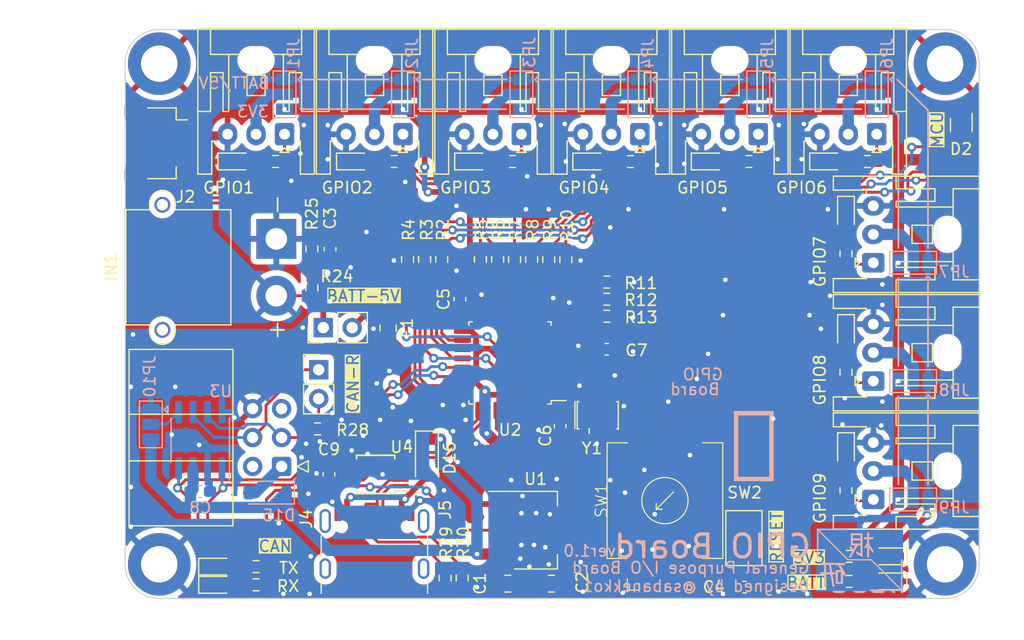
<source format=kicad_pcb>
(kicad_pcb (version 20221018) (generator pcbnew)
  (layers (0 "F.Cu" signal) (31 "B.Cu" signal) (34 "B.Paste" user) (35 "F.Paste" user) (36 "B.SilkS" user "B.Silkscreen") (37 "F.SilkS" user "F.Silkscreen") (38 "B.Mask" user) (39 "F.Mask" user) (44 "Edge.Cuts" user))
  (net 0 "")
  (net 1 "GND")
  (net 2 "+5V")
  (net 3 "+3.3V")
  (net 4 "/MCU/V_SENS")
  (net 5 "Net-(D1-A)")
  (net 6 "Net-(D2-RK)")
  (net 7 "Net-(D2-GK)")
  (net 8 "Net-(D2-BK)")
  (net 9 "Net-(D3-A)")
  (net 10 "Net-(D4-A)")
  (net 11 "Net-(D5-A)")
  (net 12 "Net-(D6-A)")
  (net 13 "Net-(D7-A)")
  (net 14 "Net-(D8-A)")
  (net 15 "Net-(D9-A)")
  (net 16 "Net-(D10-A)")
  (net 17 "Net-(D11-A)")
  (net 18 "/CAN/CAN-TX")
  (net 19 "Net-(D12-A)")
  (net 20 "/CAN/CAN-RX")
  (net 21 "Net-(D13-A)")
  (net 22 "Net-(D14-A)")
  (net 23 "/MCU/GPIO1")
  (net 24 "Net-(GPIO1-Pin_2)")
  (net 25 "/MCU/GPIO2")
  (net 26 "Net-(GPIO2-Pin_2)")
  (net 27 "/MCU/GPIO3")
  (net 28 "Net-(GPIO3-Pin_2)")
  (net 29 "/MCU/GPIO4")
  (net 30 "Net-(GPIO4-Pin_2)")
  (net 31 "/MCU/GPIO5")
  (net 32 "Net-(GPIO5-Pin_2)")
  (net 33 "/MCU/GPIO6")
  (net 34 "Net-(GPIO6-Pin_2)")
  (net 35 "/MCU/GPIO7")
  (net 36 "Net-(GPIO7-Pin_2)")
  (net 37 "/MCU/GPIO8")
  (net 38 "Net-(GPIO8-Pin_2)")
  (net 39 "+BATT")
  (net 40 "/MCU/SWCLK")
  (net 41 "/MCU/SWDIO")
  (net 42 "/MCU/NRST")
  (net 43 "Net-(U4-UD+)")
  (net 44 "Net-(U4-UD-)")
  (net 45 "/MCU/LED_B")
  (net 46 "/MCU/LED_G")
  (net 47 "/MCU/LED_R")
  (net 48 "/MCU/ID0")
  (net 49 "/MCU/ID1")
  (net 50 "/MCU/ID2")
  (net 51 "/MCU/ID3")
  (net 52 "Net-(U2-PF0)")
  (net 53 "Net-(U2-PF1)")
  (net 54 "/MCU/UART-RX")
  (net 55 "/MCU/UART-TX")
  (net 59 "Net-(D15-A)")
  (net 60 "/MCU/GPIO9")
  (net 61 "Net-(GPIO9-Pin_2)")
  (net 62 "Net-(D16-A)")
  (net 63 "Net-(J1-Pin_2)")
  (net 64 "Net-(J3-Pin_2)")
  (net 65 "Net-(J3-Pin_1)")
  (net 67 "Net-(J4-Pin_3)")
  (net 69 "Net-(J5-CC1)")
  (net 71 "Net-(J5-CC2)")
  (net 74 "Net-(JP10-C)")
  (net 75 "Net-(GPIO1-Pin_1)")
  (net 76 "Net-(GPIO2-Pin_1)")
  (net 77 "Net-(GPIO3-Pin_1)")
  (net 78 "Net-(GPIO4-Pin_1)")
  (net 79 "Net-(GPIO5-Pin_1)")
  (net 80 "Net-(GPIO6-Pin_1)")
  (net 81 "Net-(GPIO7-Pin_1)")
  (net 82 "Net-(GPIO8-Pin_1)")
  (net 83 "Net-(GPIO9-Pin_1)")
  (footprint "LED_SMD:LED_0603_1608Metric_Pad1.05x0.95mm_HandSolder" (layer "F.Cu") (at 151.375 61.6)
    (fp_text reference "D7" hide)
    (fp_text value "LED")
  )
  (footprint "Resistor_SMD:R_0603_1608Metric_Pad0.98x0.95mm_HandSolder" (layer "F.Cu") (at 163.5875 96.3)
    (fp_text reference "R23" hide)
    (fp_text value "1K")
  )
  (footprint "Capacitor_SMD:C_0805_2012Metric_Pad1.18x1.45mm_HandSolder" (layer "F.Cu") (at 137.4375 98.7 180)
    (fp_text reference "C2")
    (fp_text value "4.7u")
  )
  (footprint "LED_SMD:LED_0603_1608Metric_Pad1.05x0.95mm_HandSolder" (layer "F.Cu") (at 120.225 61.6)
    (fp_text reference "D10" hide)
    (fp_text value "LED")
  )
  (footprint "Connector_IDC:IDC-Header_2x03_P2.54mm_Horizontal" (layer "F.Cu") (at 113.74 88.4 180)
    (fp_text reference "J4")
    (fp_text value "Conn_02x03_Odd_Even")
  )
  (footprint "Package_SO:MSOP-10_3x3mm_P0.5mm" (layer "F.Cu") (at 122 89.095 180)
    (fp_text reference "U4")
    (fp_text value "CH340E")
  )
  (footprint "Connector_JST:JST_XA_S03B-XASK-1_1x03_P2.50mm_Horizontal" (layer "F.Cu") (at 165.7 70.5 90)
    (fp_text reference "GPIO7")
    (fp_text value "Conn_01x03")
  )
  (footprint "LED_SMD:LED_0603_1608Metric_Pad1.05x0.95mm_HandSolder" (layer "F.Cu") (at 163.3 66.325 -90)
    (fp_text reference "D5" hide)
    (fp_text value "LED")
  )
  (footprint "Resistor_SMD:R_0603_1608Metric_Pad0.98x0.95mm_HandSolder" (layer "F.Cu") (at 131.2 70.2 90)
    (fp_text reference "R5")
    (fp_text value "330")
  )
  (footprint "Resistor_SMD:R_0603_1608Metric_Pad0.98x0.95mm_HandSolder" (layer "F.Cu") (at 128.1 98.2 -90)
    (fp_text reference "R29")
    (fp_text value "5.1k")
  )
  (footprint "Resistor_SMD:R_0603_1608Metric_Pad0.98x0.95mm_HandSolder" (layer "F.Cu") (at 124.8 70.2 -90)
    (fp_text reference "R4")
    (fp_text value "1k")
  )
  (footprint "LED_SMD:LED_0603_1608Metric_Pad1.05x0.95mm_HandSolder" (layer "F.Cu") (at 166.9875 96.3 180)
    (fp_text reference "D12" hide)
    (fp_text value "LED")
  )
  (footprint "Resistor_SMD:R_0603_1608Metric_Pad0.98x0.95mm_HandSolder" (layer "F.Cu") (at 134.0125 61.6 180)
    (fp_text reference "R20" hide)
    (fp_text value "1K")
  )
  (footprint "LED_SMD:LED_0603_1608Metric_Pad1.05x0.95mm_HandSolder" (layer "F.Cu") (at 163.3 76.725 -90)
    (fp_text reference "D4" hide)
    (fp_text value "LED")
  )
  (footprint "MountingHole:MountingHole_3.2mm_M3_ISO14580_Pad" (layer "F.Cu") (at 103 53 180)
    (fp_text reference "H2" hide)
    (fp_text value "MountingHole_Pad")
  )
  (footprint "Resistor_SMD:R_0603_1608Metric_Pad0.98x0.95mm_HandSolder" (layer "F.Cu") (at 134.2 70.2125 90)
    (fp_text reference "R7")
    (fp_text value "330")
  )
  (footprint "Resistor_SMD:R_0603_1608Metric_Pad0.98x0.95mm_HandSolder" (layer "F.Cu") (at 116.4 72.7 90)
    (fp_text reference "R24")
    (fp_text value "10k")
  )
  (footprint "Resistor_SMD:R_0603_1608Metric_Pad0.98x0.95mm_HandSolder" (layer "F.Cu") (at 142.3 75.2)
    (fp_text reference "R13")
    (fp_text value "330")
  )
  (footprint "Resistor_SMD:R_0603_1608Metric_Pad0.98x0.95mm_HandSolder" (layer "F.Cu") (at 138.7 70.225 90)
    (fp_text reference "R10")
    (fp_text value "330")
  )
  (footprint "MountingHole:MountingHole_3.2mm_M3_ISO14580_Pad" (layer "F.Cu") (at 172 53 180)
    (fp_text reference "H4" hide)
    (fp_text value "MountingHole_Pad")
  )
  (footprint "Capacitor_SMD:C_0603_1608Metric_Pad1.08x0.95mm_HandSolder" (layer "F.Cu") (at 117.9 89.1 -90)
    (fp_text reference "C9")
    (fp_text value "0.1u")
  )
  (footprint "Connector_AMASS:AMASS_XT30PW-M_1x02_P2.50mm_Horizontal" (layer "F.Cu") (at 113.275 68.4 90)
    (fp_text reference "IN1")
    (fp_text value "Conn_01x02")
  )
  (footprint "Robocon_Switch:RDS-10S-1055-SMT-TR_RotaryDIP" (layer "F.Cu") (at 147.4 91.4 90)
    (fp_text reference "SW1")
    (fp_text value "SW_Coded")
  )
  (footprint "Capacitor_SMD:C_0603_1608Metric_Pad1.08x0.95mm_HandSolder" (layer "F.Cu") (at 142.3 78.1)
    (fp_text reference "C7")
    (fp_text value "0.1u")
  )
  (footprint "Resistor_SMD:R_0603_1608Metric_Pad0.98x0.95mm_HandSolder" (layer "F.Cu") (at 142.3 72.2)
    (fp_text reference "R11")
    (fp_text value "330")
  )
  (footprint "Capacitor_SMD:C_0603_1608Metric_Pad1.08x0.95mm_HandSolder" (layer "F.Cu") (at 118 69.3 90)
    (fp_text reference "C3")
    (fp_text value "0.1u")
  )
  (footprint "Resistor_SMD:R_0603_1608Metric_Pad0.98x0.95mm_HandSolder" (layer "F.Cu") (at 116.9 85.1)
    (fp_text reference "R28")
    (fp_text value "120")
  )
  (footprint "Connector_PinHeader_2.54mm:PinHeader_1x02_P2.54mm_Vertical" (layer "F.Cu") (at 117.4 76.2 90)
    (fp_text reference "J1" hide)
    (fp_text value "Conn_01x02")
  )
  (footprint "Robocon_Switch:KMR621NG" (layer "F.Cu") (at 154.4 94.7 90)
    (fp_text reference "SW2")
    (fp_text value "SW_Push")
  )
  (footprint "MountingHole:MountingHole_3.2mm_M3_ISO14580_Pad" (layer "F.Cu") (at 172 97 180)
    (fp_text reference "H3" hide)
    (fp_text value "MountingHole_Pad" hide)
  )
  (footprint "Resistor_SMD:R_0603_1608Metric_Pad0.98x0.95mm_HandSolder" (layer "F.Cu") (at 116.4 69.2875 90)
    (fp_text reference "R25")
    (fp_text value "1k")
  )
  (footprint "Connector_JST:JST_SH_SM04B-SRSS-TB_1x04-1MP_P1.00mm_Horizontal" (layer "F.Cu") (at 102.7 60 -90)
    (fp_text reference "J2")
    (fp_text value "Conn_01x04")
  )
  (footprint "Resistor_SMD:R_0603_1608Metric_Pad0.98x0.95mm_HandSolder" (layer "F.Cu") (at 113.2125 61.6 180)
    (fp_text reference "R22" hide)
    (fp_text value "1K")
  )
  (footprint "Connector_JST:JST_XA_S03B-XASK-1_1x03_P2.50mm_Horizontal" (layer "F.Cu") (at 155.6 59.2 180)
    (fp_text reference "GPIO5")
    (fp_text value "Conn_01x03")
  )
  (footprint "LED_SMD:LED_0603_1608Metric_Pad1.05x0.95mm_HandSolder" (layer "F.Cu") (at 108.125 97.2)
    (fp_text reference "D13" hide)
    (fp_text value "LED")
  )
  (footprint "Resistor_SMD:R_0603_1608Metric_Pad0.98x0.95mm_HandSolder" (layer "F.Cu") (at 163.3 80.125 90)
    (fp_text reference "R15" hide)
    (fp_text value "1K")
  )
  (footprint "Resistor_SMD:R_0603_1608Metric_Pad0.98x0.95mm_HandSolder" (layer "F.Cu") (at 135.7 70.2125 90)
    (fp_text reference "R8")
    (fp_text value "330")
  )
  (footprint "LED_SMD:LED_0603_1608Metric_Pad1.05x0.95mm_HandSolder" (layer "F.Cu") (at 130.6 61.6)
    (fp_text reference "D9" hide)
    (fp_text value "LED")
  )
  (footprint "Resistor_SMD:R_0603_1608Metric_Pad0.98x0.95mm_HandSolder" (layer "F.Cu") (at 111.5 98.8 180)
    (fp_text reference "R27" hide)
    (fp_text value "1k")
  )
  (footprint "Resistor_SMD:R_0603_1608Metric_Pad0.98x0.95mm_HandSolder" (layer "F.Cu") (at 163.3 90.5 90)
    (fp_text reference "R14" hide)
    (fp_text value "1K")
  )
  (footprint "Resistor_SMD:R_0603_1608Metric_Pad0.98x0.95mm_HandSolder" (layer "F.Cu") (at 165.175 61.6 180)
    (fp_text reference "R17" hide)
    (fp_text value "1K")
  )
  (footprint "Resistor_SMD:R_0603_1608Metric_Pad0.98x0.95mm_HandSolder" (layer "F.Cu") (at 132.71 70.2 90)
    (fp_text reference "R6")
    (fp_text value "330")
  )
  (footprint "Package_TO_SOT_SMD:SOT-223-3_TabPin2" (layer "F.Cu") (at 136.05 94)
    (fp_text reference "U1")
    (fp_text value "TLV1117-33")
  )
  (footprint "Resistor_SMD:R_0603_1608Metric_Pad0.98x0.95mm_HandSolder" (layer "F.Cu") (at 129.6 98.2 -90)
    (fp_text reference "R30")
    (fp_text value "5.1k")
  )
  (footprint "Capacitor_SMD:C_0603_1608Metric_Pad1.08x0.95mm_HandSolder" (layer "F.Cu") (at 138.2 84.8625 -90)
    (fp_text reference "C6")
    (fp_text value "0.1u")
  )
  (footprint "LED_SMD:LED_0603_1608Metric_Pad1.05x0.95mm_HandSolder" (layer "F.Cu") (at 140.975 61.6)
    (fp_text reference "D8" hide)
    (fp_text value "LED")
  )
  (footprint "Resistor_SMD:R_0603_1608Metric_Pad0.98x0.95mm_HandSolder" (layer "F.Cu") (at 154.775 61.6 180)
    (fp_text reference "R18" hide)
    (fp_text value "1K")
  )
  (footprint "Connector_JST:JST_XA_S03B-XASK-1_1x03_P2.50mm_Horizontal" (layer "F.Cu") (at 134.8 59.2 180)
    (fp_text reference "GPIO3")
    (fp_text value "Conn_01x03")
  )
  (footprint "Resistor_SMD:R_0603_1608Metric_Pad0.98x0.95mm_HandSolder" (layer "F.Cu") (at 137.2 70.2125 90)
    (fp_text reference "R9")
    (fp_text value "330")
  )
  (footprint "Capacitor_SMD:C_0603_1608Metric_Pad1.08x0.95mm_HandSolder" (layer "F.Cu") (at 154.4 99 180)
    (fp_text reference "C4")
    (fp_text value "0.1u")
  )
  (footprint "Resistor_SMD:R_0603_1608Metric_Pad0.98x0.95mm_HandSolder" (layer "F.Cu") (at 126.3 70.2 -90)
    (fp_text reference "R3")
    (fp_text value "1k")
  )
  (footprint "Diode_SMD:D_SOD-123" (layer "F.Cu") (at 126.5 87.65 -90)
    (fp_text reference "D16")
    (fp_text value "D")
  )
  (footprint "MountingHole:MountingHole_3.2mm_M3_ISO14580_Pad" (layer "F.Cu") (at 103 97 180)
    (fp_text reference "H1" hide)
    (fp_text value "MountingHole_Pad" hide)
  )
  (footprint "Resistor_SMD:R_0603_1608Metric_Pad0.98x0.95mm_HandSolder" (layer "F.Cu") (at 111.5 97.2 180)
    (fp_text reference "R26" hide)
    (fp_text value "1k")
  )
  (footprint "LED_SMD:LED_LiteOn_LTST-C19HE1WT" (layer "F.Cu") (at 173.425 58.175)
    (fp_text reference "D2")
    (fp_text value "LED_RGBA")
  )
  (footprint "Connector_JST:JST_XA_S03B-XASK-1_1x03_P2.50mm_Horizontal" (layer "F.Cu") (at 114 59.2 180)
    (fp_text reference "GPIO1")
    (fp_text value "Conn_01x03")
  )
  (footprint "Connector_JST:JST_XA_S03B-XASK-1_1x03_P2.50mm_Horizontal" (layer "F.Cu") (at 165.7 91.3 90)
    (fp_text reference "GPIO9")
    (fp_text value "Conn_01x03")
  )
  (footprint "Connector_JST:JST_XA_S03B-XASK-1_1x03_P2.50mm_Horizontal" (layer "F.Cu") (at 166 59.2 180)
    (fp_text reference "GPIO6")
    (fp_text value "Conn_01x03")
  )
  (footprint "Resistor_SMD:R_0603_1608Metric_Pad0.98x0.95mm_HandSolder" (layer "F.Cu") (at 142.3 73.7)
    (fp_text reference "R12")
    (fp_text value "330")
  )
  (footprint "Capacitor_SMD:C_0603_1608Metric_Pad1.08x0.95mm_HandSolder" (layer "F.Cu") (at 129.4 73.7 90)
    (fp_text reference "C5")
    (fp_text value "0.1u")
  )
  (footprint "Capacitor_SMD:C_0805_2012Metric_Pad1.18x1.45mm_HandSolder" (layer "F.Cu") (at 133.6 98.7)
    (fp_text reference "C1")
    (fp_text value "4.7u")
  )
  (footprint "LED_SMD:LED_0603_1608Metric_Pad1.05x0.95mm_HandSolder" (layer "F.Cu") (at 166.9875 98.5 180)
    (fp_text reference "D1" hide)
    (fp_text value "LED")
  )
  (footprint "Crystal:Resonator_SMD_Murata_CSTxExxV-3Pin_3.0x1.1mm_HandSoldering" (layer "F.Cu") (at 141.5 83.9)
    (fp_text reference "Y1")
    (fp_text value "Resonator")
  )
  (footprint "Connector_USB:USB_C_Receptacle_GCT_USB4105-xx-A_16P_TopMnt_Horizontal" (layer "F.Cu") (at 121.89 96.3)
    (fp_text reference "J5")
    (fp_text value "USB_C_Receptacle_USB2.0")
  )
  (footprint "Connector_JST:JST_XA_S03B-XASK-1_1x03_P2.50mm_Horizontal" (layer "F.Cu") (at 145.2 59.2 180)
    (fp_text reference "GPIO4")
    (fp_text value "Conn_01x03")
  )
  (footprint "Package_QFP:LQFP-32_7x7mm_P0.8mm" (layer "F.Cu") (at 133.8 79.3 180)
    (fp_text reference "U2")
    (fp_text value "STM32F303K8Tx")
  )
  (footprint "Fuse:Fuse_0805_2012Metric_Pad1.15x1.40mm_HandSolder" (layer "F.Cu") (at 123.1 76.225 -90)
    (fp_text reference "F1")
    (fp_text value "Polyfuse")
  )
  (footprint "Resistor_SMD:R_0603_1608Metric_Pad0.98x0.95mm_HandSolder" (layer "F.Cu") (at 163.3 69.7125 90)
    (fp_text reference "R16" hide)
    (fp_text value "1K")
  )
  (footprint "Connector_JST:JST_XA_S03B-XASK-1_1x03_P2.50mm_Horizontal" (layer "F.Cu") (at 165.7 80.9 90)
    (fp_text reference "GPIO8")
    (fp_text value "Conn_01x03")
  )
  (footprint "Resistor_SMD:R_0603_1608Metric_Pad0.98x0.95mm_HandSolder" (layer "F.Cu") (at 144.375 61.61 180)
    (fp_text reference "R19" hide)
    (fp_text value "1K")
  )
  (footprint "Connector_PinHeader_2.54mm:PinHeader_1x02_P2.54mm_Vertical" (layer "F.Cu") (at 117 79.9)
    (fp_text reference "J3" hide)
    (fp_text value "Conn_01x02")
  )
  (footprint "Resistor_SMD:R_0603_1608Metric_Pad0.98x0.95mm_HandSolder" (layer "F.Cu") (at 127.8 70.2 -90)
    (fp_text reference "R2")
    (fp_text value "1k")
  )
  (footprint "LED_SMD:LED_0603_1608Metric_Pad1.05x0.95mm_HandSolder" (layer "F.Cu") (at 163.3 87.1 -90)
    (fp_text reference "D3" hide)
    (fp_text value "LED")
  )
  (footprint "LED_SMD:LED_0603_1608Metric_Pad1.05x0.95mm_HandSolder" (layer "F.Cu") (at 161.775 61.6)
    (fp_text reference "D6" hide)
    (fp_text value "LED")
  )
  (footprint "LED_SMD:LED_0603_1608Metric_Pad1.05x0.95mm_HandSolder" (layer "F.Cu") (at 109.8125 61.6)
    (fp_text reference "D11" hide)
    (fp_text value "LED")
  )
  (footprint "Resistor_SMD:R_0603_1608Metric_Pad0.98x0.95mm_HandSolder" (layer "F.Cu") (at 163.5875 98.5)
    (fp_text reference "R1" hide)
    (fp_text value "1k")
  )
  (footprint "Connector_JST:JST_XA_S03B-XASK-1_1x03_P2.50mm_Horizontal" (layer "F.Cu") (at 124.4 59.2 180)
    (fp_text reference "GPIO2")
    (fp_text value "Conn_01x03")
  )
  (footprint "LED_SMD:LED_0603_1608Metric_Pad1.05x0.95mm_HandSolder" (layer "F.Cu") (at 108.125 98.8)
    (fp_text reference "D14" hide)
    (fp_text value "LED")
  )
  (footprint "Resistor_SMD:R_0603_1608Metric_Pad0.98x0.95mm_HandSolder" (layer "F.Cu") (at 123.625 61.6 180)
    (fp_text reference "R21" hide)
    (fp_text value "1K")
  )
  (footprint "Jumper:SolderJumper-3_P1.3mm_Open_Pad1.0x1.5mm" (layer "B.Cu") (at 145.1575 55.7 -90)
    (fp_text reference "JP4")
    (fp_text value "SolderJumper_3_Open")
  )
  (footprint "Jumper:SolderJumper-3_P1.3mm_Open_Pad1.0x1.5mm" (layer "B.Cu") (at 114 55.7 -90)
    (fp_text reference "JP1")
    (fp_text value "SolderJumper_3_Open")
  )
  (footprint "Jumper:SolderJumper-3_P1.3mm_Open_Pad1.0x1.5mm" (layer "B.Cu") (at 102.2575 84.7 -90)
    (fp_text reference "JP10")
    (fp_text value "SolderJumper_3_Open")
  )
  (footprint "Capacitor_SMD:C_0603_1608Metric_Pad1.08x0.95mm_HandSolder" (layer "B.Cu") (at 106.6 90.6)
    (fp_text reference "C8")
    (fp_text value "0.1u")
  )
  (footprint "Jumper:SolderJumper-3_P1.3mm_Open_Pad1.0x1.5mm" (layer "B.Cu") (at 169.2 91.3 180)
    (fp_text reference "JP9")
    (fp_text value "SolderJumper_3_Open")
  )
  (footprint "Jumper:SolderJumper-3_P1.3mm_Open_Pad1.0x1.5mm" (layer "B.Cu") (at 124.4 55.7 -90)
    (fp_text reference "JP2")
    (fp_text value "SolderJumper_3_Open")
  )
  (footprint "Jumper:SolderJumper-3_P1.3mm_Open_Pad1.0x1.5mm" (layer "B.Cu") (at 155.6 55.7 -90)
    (fp_text reference "JP5")
    (fp_text value "SolderJumper_3_Open")
  )
  (footprint "Package_SO:SOIC-8_3.9x4.9mm_P1.27mm" (layer "B.Cu") (at 106.6 86.1 90)
    (fp_text reference "U3")
    (fp_text value "MCP2551-I-SN")
  )
  (footprint "Jumper:SolderJumper-3_P1.3mm_Open_Pad1.0x1.5mm" (layer "B.Cu") (at 169.2 70.5 180)
    (fp_text reference "JP7")
    (fp_text value "SolderJumper_3_Open")
  )
  (footprint "Diode_SMD:D_SOD-123" (layer "B.Cu") (at 112.5 90.7 180)
    (fp_text reference "D15")
    (fp_text value "D")
  )
  (footprint "Jumper:SolderJumper-3_P1.3mm_Open_Pad1.0x1.5mm" (layer "B.Cu") (at 166 55.7 -90)
    (fp_text reference "JP6")
    (fp_text value "SolderJumper_3_Open")
  )
  (footprint "Jumper:SolderJumper-3_P1.3mm_Open_Pad1.0x1.5mm" (layer "B.Cu") (at 169.2 80.9 180)
    (fp_text reference "JP8")
    (fp_text value "SolderJumper_3_Open")
  )
  (footprint "Sabanekko_icon:sabanegi" (layer "B.Cu") (at 163.611 93.171 180)
    (fp_text reference "LOGO1" hide)
    (fp_text value "MountingHole_Pad")
  )
  (footprint "Jumper:SolderJumper-3_P1.3mm_Open_Pad1.0x1.5mm" (layer "B.Cu") (at 134.8 55.7 -90)
    (fp_text reference "JP3")
    (fp_text value "SolderJumper_3_Open")
  )
  (gr_line (start 136.15 57) (end 143.85 57) (stroke (width 0.15)) (layer "B.SilkS"))
  (gr_line (start 115.4 57) (end 123.1 57) (stroke (width 0.15)) (layer "B.SilkS"))
  (gr_line (start 126.1 54.4) (end 133.5 54.4) (stroke (width 0.15)) (layer "B.SilkS"))
  (gr_line (start 167.4 57) (end 167.9 57.5) (stroke (width 0.15)) (layer "B.SilkS"))
  (gr_line (start 170.5 57.1) (end 167.8 54.4) (stroke (width 0.15)) (layer "B.SilkS"))
  (gr_line (start 167.9 89.95) (end 167.9 82.25) (stroke (width 0.15)) (layer "B.SilkS"))
  (gr_line (start 170.5 69.2) (end 170.5 57.1) (stroke (width 0.15)) (layer "B.SilkS"))
  (gr_line (start 146.8 54.4) (end 154.2 54.4) (stroke (width 0.15)) (layer "B.SilkS"))
  (gr_line (start 125.75 57) (end 133.45 57) (stroke (width 0.15)) (layer "B.SilkS"))
  (gr_line (start 167.9 57.5) (end 167.9 69.2) (stroke (width 0.15)) (layer "B.SilkS"))
  (gr_line (start 156.95 57) (end 164.65 57) (stroke (width 0.15)) (layer "B.SilkS"))
  (gr_line (start 115.7 54.4) (end 123.1 54.4) (stroke (width 0.15)) (layer "B.SilkS"))
  (gr_line (start 136.5 54.4) (end 143.9 54.4) (stroke (width 0.15)) (layer "B.SilkS"))
  (gr_line (start 167.9 79.55) (end 167.9 71.85) (stroke (width 0.15)) (layer "B.SilkS"))
  (gr_line (start 146.55 57) (end 154.25 57) (stroke (width 0.15)) (layer "B.SilkS"))
  (gr_line (start 170.5 90) (end 170.5 82.6) (stroke (width 0.15)) (layer "B.SilkS"))
  (gr_line (start 170.5 79.6) (end 170.5 72.2) (stroke (width 0.15)) (layer "B.SilkS"))
  (gr_line (start 157.3 54.4) (end 164.7 54.4) (stroke (width 0.15)) (layer "B.SilkS"))
  (gr_line (start 175 97) (end 175 53) (stroke (width 0.1)) (layer "Edge.Cuts"))
  (gr_line (start 172 50) (end 103 50) (stroke (width 0.1)) (layer "Edge.Cuts"))
  (gr_line (start 103 100) (end 172 100) (stroke (width 0.1)) (layer "Edge.Cuts"))
  (gr_line (start 100 53) (end 100 97) (stroke (width 0.1)) (layer "Edge.Cuts"))
  (gr_arc (start 103 100) (mid 100.87868 99.12132) (end 100 97) (stroke (width 0.1)) (layer "Edge.Cuts"))
  (gr_arc (start 172 50) (mid 174.12132 50.87868) (end 175 53) (stroke (width 0.1)) (layer "Edge.Cuts"))
  (gr_arc (start 175 97) (mid 174.12132 99.12132) (end 172 100) (stroke (width 0.1)) (layer "Edge.Cuts"))
  (gr_arc (start 100 53) (mid 100.87868 50.87868) (end 103 50) (stroke (width 0.1)) (layer "Edge.Cuts"))
  (gr_text "GPIO" (at 152.6 80.9) (layer "B.SilkS") (effects (font (size 1 1)) (justify left bottom mirror)))
  (gr_text "Board" (at 152.3 82.2) (layer "B.SilkS") (effects (font (size 1 1)) (justify left bottom mirror)))
  (gr_text "将" (at 157.3 89.3) (layer "B.SilkS") (effects (font (size 5 5)) (justify left bottom mirror)))
  (gr_text "BATT/5V" (at 112.8 55.3) (layer "B.SilkS") (effects (font (size 1 1)) (justify left bottom mirror)))
  (gr_text "3V3" (at 112.7 57.8) (layer "B.SilkS") (effects (font (size 1 1)) (justify left bottom mirror)))
  (gr_text "GPIO Board" (at 160.4 96.6) (layer "B.SilkS") (effects (font (size 2 2) (thickness 0.3)) (justify left bottom mirror)))
  (gr_text "ver1.0" (at 143.2 96.4) (layer "B.SilkS") (effects (font (size 1 1)) (justify left bottom mirror)))
  (gr_text "General Purpose I/O Board\nDesigned by @sabanekko1" (at 160.2 99.5) (layer "B.SilkS") (effects (font (size 1 1)) (justify left bottom mirror)))
  (gr_text "RESET" (at 157.8 97 90) (layer "F.SilkS" knockout) (effects (font (size 1 1)) (justify left bottom)))
  (gr_text "RX" (at 113.225 99.5) (layer "F.SilkS") (effects (font (size 1 1)) (justify left bottom)))
  (gr_text "BATT-5V" (at 117.6 74) (layer "F.SilkS" knockout) (effects (font (size 1 1)) (justify left bottom)))
  (gr_text "TX" (at 113.425 97.9) (layer "F.SilkS") (effects (font (size 1 1)) (justify left bottom)))
  (gr_text "CAN-R" (at 120.6 83.8 90) (layer "F.SilkS" knockout) (effects (font (size 1 1)) (justify left bottom)))
  (gr_text "BATT" (at 158 99.2) (layer "F.SilkS" knockout) (effects (font (size 1 1)) (justify left bottom)))
  (gr_text "CAN" (at 111.625 96) (layer "F.SilkS" knockout) (effects (font (size 1 1)) (justify left bottom)))
  (gr_text "MCU" (at 171.9 60.5 90) (layer "F.SilkS" knockout) (effects (font (size 1 1)) (justify left bottom)))
  (gr_text "3V3" (at 158.6 97) (layer "F.SilkS" knockout) (effects (font (size 1 1)) (justify left bottom)))
  (segment (start 163.3 65.45) (end 165.65 65.45) (width 0.25) (layer "F.Cu") (net 1))
  (segment (start 136.4 98.7) (end 134.6375 98.7) (width 1) (layer "F.Cu") (net 1))
  (segment (start 128.1 99.1125) (end 129.6 99.1125) (width 0.25) (layer "F.Cu") (net 1))
  (segment (start 116.807084 89.007084) (end 117.576668 88.2375) (width 0.25) (layer "F.Cu") (net 1))
  (segment (start 125.09 92.62) (end 125.09 92.21) (width 0.5) (layer "F.Cu") (net 1))
  (segment (start 131.025 73.575) (end 131.3 73.3) (width 0.5) (layer "F.Cu") (net 1))
  (segment (start 134.6375 98.0625) (end 135.5 97.2) (width 1) (layer "F.Cu") (net 1))
  (segment (start 130.7875 99.1125) (end 130.9 99) (width 0.25) (layer "F.Cu") (net 1))
  (segment (start 134.6375 98.7) (end 134.6375 98.0625) (width 1) (layer "F.Cu") (net 1))
  (segment (start 131.025 75.1) (end 131.025 73.575) (width 0.5) (layer "F.Cu") (net 1))
  (segment (start 118.69 91.99) (end 118.2 91.5) (width 0.5) (layer "F.Cu") (net 1))
  (segment (start 160.9 59.3) (end 161 59.2) (width 0.25) (layer "F.Cu") (net 1))
  (segment (start 160.9 61.6) (end 160.9 59.3) (width 0.25) (layer "F.Cu") (net 1))
  (segment (start 104.7 59.5) (end 108.7 59.5) (width 0.5) (layer "F.Cu") (net 1))
  (segment (start 129.6 99.1125) (end 130.7875 99.1125) (width 0.25) (layer "F.Cu") (net 1))
  (segment (start 118.69 92.62) (end 118.69 91.99) (width 0.5) (layer "F.Cu") (net 1))
  (segment (start 108.7 59.5) (end 109 59.2) (width 0.5) (layer "F.Cu") (net 1))
  (segment (start 122.605 89.095) (end 124.2 89.095) (width 0.25) (layer "F.Cu") (net 1))
  (segment (start 131 75.125) (end 131.025 75.1) (width 0.5) (layer "F.Cu") (net 1))
  (segment (start 125.09 92.21) (end 125.9 91.4) (width 0.5) (layer "F.Cu") (net 1))
  (segment (start 117.576668 88.2375) (end 117.9 88.2375) (width 0.25) (layer "F.Cu") (net 1))
  (segment (start 165.65 65.45) (end 165.7 65.5) (width 0.25) (layer "F.Cu") (net 1))
  (via (at 124.9 86.2) (size 0.8) (drill 0.4) (layers "F.Cu" "B.Cu") (net 1))
  (via (at 137.6 73.6) (size 0.8) (drill 0.4) (layers "F.Cu" "B.Cu") (net 1))
  (via (at 138.7 61.6) (size 0.8) (drill 0.4) (layers "F.Cu" "B.Cu") (net 1))
  (via (at 121.8 76.3) (size 0.8) (drill 0.4) (layers "F.Cu" "B.Cu") (net 1))
  (via (at 130.9 99) (size 0.8) (drill 0.4) (layers "F.Cu" "B.Cu") (net 1))
  (via (at 164.2 92.7) (size 0.8) (drill 0.4) (layers "F.Cu" "B.Cu") (net 1))
  (via (at 106.5 86.5) (size 0.8) (drill 0.4) (layers "F.Cu" "B.Cu") (net 1))
  (via (at 104.1 85.6) (size 0.8) (drill 0.4) (layers "F.Cu" "B.Cu") (net 1))
  (via (at 150.2 80.7) (size 0.8) (drill 0.4) (layers "F.Cu" "B.Cu") (net 1))
  (via (at 125.9 91.4) (size 0.8) (drill 0.4) (layers "F.Cu" "B.Cu") (net 1))
  (via (at 115.7 58.4) (size 0.8) (drill 0.4) (layers "F.Cu" "B.Cu") (net 1))
  (via (at 134.9 91) (size 0.8) (drill 0.4) (layers "F.Cu" "B.Cu") (net 1))
  (via (at 135.2 65.8) (size 0.8) (drill 0.4) (layers "F.Cu" "B.Cu") (net 1))
  (via (at 159.9 99.6) (size 0.8) (drill 0.4) (layers "F.Cu" "B.Cu") (net 1))
  (via (at 129.9 84.3) (size 0.8) (drill 0.4) (layers "F.Cu" "B.Cu") (net 1))
  (via (at 143 80.4) (size 0.8) (drill 0.4) (layers "F.Cu" "B.Cu") (net 1))
  (via (at 152.5 75.1) (size 0.8) (drill 0.4) (layers "F.Cu" "B.Cu") (net 1))
  (via (at 159.4 61.4) (size 0.8) (drill 0.4) (layers "F.Cu" "B.Cu") (net 1))
  (via (at 116.3 96.3) (size 0.8) (drill 0.4) (layers "F.Cu" "B.Cu") (net 1))
  (via (at 124.6 63.4) (size 0.8) (drill 0.4) (layers "F.Cu" "B.Cu") (net 1))
  (via (at 129.2 88) (size 0.8) (drill 0.4) (layers "F.Cu" "B.Cu") (net 1))
  (via (at 118.2 83.7) (size 0.8) (drill 0.4) (layers "F.Cu" "B.Cu") (net 1))
  (via (at 130.8 86.4) (size 0.8) (drill 0.4) (layers "F.Cu" "B.Cu") (net 1))
  (via (at 146.3 95.7) (size 0.8) (drill 0.4) (layers "F.Cu" "B.Cu") (net 1))
  (via (at 139.8 77.8) (size 0.8) (drill 0.4) (layers "F.Cu" "B.Cu") (net 1))
  (via (at 113.5 93.4) (size 0.8) (drill 0.4) (layers "F.Cu" "B.Cu") (net 1))
  (via (at 137.9 89.5) (size 0.8) (drill 0.4) (layers "F.Cu" "B.Cu") (net 1))
  (via (at 139.9 81.3) (size 0.8) (drill 0.4) (layers "F.Cu" "B.Cu") (net 1))
  (via (at 146.5 92.6) (size 0.8) (drill 0.4) (layers "F.Cu" "B.Cu") (net 1))
  (via (at 115.4 60.9) (size 0.8) (drill 0.4) (layers "F.Cu" "B.Cu") (net 1))
  (via (at 147 58.3) (size 0.8) (drill 0.4) (layers "F.Cu" "B.Cu") (net 1))
  (via (at 118.2 91.5) (size 0.8) (drill 0.4) (layers "F.Cu" "B.Cu") (net 1))
  (via (at 149.1 58.4) (size 0.8) (drill 0.4) (layers "F.Cu" "B.Cu") (net 1))
  (via (at 128 90.5) (size 0.8) (drill 0.4) (layers "F.Cu" "B.Cu") (net 1))
  (via (at 136.5 58.4) (size 0.8) (drill 0.4) (layers "F.Cu" "B.Cu") (net 1))
  (via (at 149.5 95.4) (size 0.8) (drill 0.4) (layers "F.Cu" "B.Cu") (net 1))
  (via (at 144.7 72.2) (size 0.8) (drill 0.4) (layers "F.Cu" "B.Cu") (net 1))
  (via (at 116.2 99.6) (size 0.8) (drill 0.4) (layers "F.Cu" "B.Cu") (net 1))
  (via (at 144.2 65.8) (size 0.8) (drill 0.4) (layers "F.Cu" "B.Cu") (net 1))
  (via (at 145.6 88.7) (size 0.8) (drill 0.4) (layers "F.Cu" "B.Cu") (net 1))
  (via (at 137.2 65.8) (size 0.8) (drill 0.4) (layers "F.Cu" "B.Cu") (net 1))
  (via (at 146.7 61.9) (size 0.8) (drill 0.4) (layers "F.Cu" "B.Cu") (net 1))
  (via (at 134.8 95.3) (size 0.8) (drill 0.4) (layers "F.Cu" "B.Cu") (net 1))
  (via (at 141.1 62.9) (size 0.8) (drill 0.4) (layers "F.Cu" "B.Cu") (net 1))
  (via (at 121.2 67.8) (size 0.8) (drill 0.4) (layers "F.Cu" "B.Cu") (net 1))
  (via (at 157.3 61.4) (size 0.8) (drill 0.4) (layers "F.Cu" "B.Cu") (net 1))
  (via (at 157.2 95.4) (size 0.8) (drill 0.4) (layers "F.Cu" "B.Cu") (net 1))
  (via (at 143.6 95.8) (size 0.8) (drill 0.4) (layers "F.Cu" "B.Cu") (net 1))
  (via (at 159.6 58.3) (size 0.8) (drill 0.4) (layers "F.Cu" "B.Cu") (net 1))
  (via (at 115.9 86.4) (size 0.8) (drill 0.4) (layers "F.Cu" "B.Cu") (net 1))
  (via (at 100.5 81.4) (size 0.8) (drill 0.4) (layers "F.Cu" "B.Cu") (net 1))
  (via (at 104.4 81.4) (size 0.8) (drill 0.4) (layers "F.Cu" "B.Cu") (net 1))
  (via (at 114.6 63.3) (size 0.8) (drill 0.4) (layers "F.Cu" "B.Cu") (net 1))
  (via (at 144.6 75.3) (size 0.8) (drill 0.4) (layers "F.Cu" "B.Cu") (net 1))
  (via (at 122.4 84.3) (size 0.8) (drill 0.4) (layers "F.Cu" "B.Cu") (net 1))
  (via (at 135.9 95.3) (size 0.8) (drill 0.4) (layers "F.Cu" "B.Cu") (net 1))
  (via (at 147.7 82.7) (size 0.8) (drill 0.4) (layers "F.Cu" "B.Cu") (net 1))
  (via (at 152.7 72) (size 0.8) (drill 0.4) (layers "F.Cu" "B.Cu") (net 1))
  (via (at 118 73.9) (size 0.8) (drill 0.4) (layers "F.Cu" "B.Cu") (net 1))
  (via (at 133.9 89.6) (size 0.8) (drill 0.4) (layers "F.Cu" "B.Cu") (net 1))
  (via (at 127.9 83) (size 0.8) (drill 0.4) (layers "F.Cu" "B.Cu") (net 1))
  (via (at 166.5 72.4) (size 0.8) (drill 0.4) (layers "F.Cu" "B.Cu") (net 1))
  (via (at 123.2 80) (size 0.8) (drill 0.4) (layers "F.Cu" "B.Cu") (net 1))
  (via (at 100.5 93.7) (size 0.8) (drill 0.4) (layers "F.Cu" "B.Cu") (net 1))
  (via (at 123.6 70.3) (size 0.8) (drill 0.4) (layers "F.Cu" "B.Cu") (net 1))
  (via (at 116.1 90.8) (size 0.8) (drill 0.4) (layers "F.Cu" "B.Cu") (net 1))
  (via (at 149.6 87.4) (size 0.8) (drill 0.4) (layers "F.Cu" "B.Cu") (net 1))
  (via (at 137.3 92.6) (size 0.8) (drill 0.4) (layers "F.Cu" "B.Cu") (net 1))
  (via (at 143.9 90.7) (size 0.8) (drill 0.4) (layers "F.Cu" "B.Cu") (net 1))
  (via (at 117.1 86.2) (size 0.8) (drill 0.4) (layers "F.Cu" "B.Cu") (net 1))
  (via (at 115.5 87.6) (size 0.8) (drill 0.4) (layers "F.Cu" "B.Cu") (net 1))
  (via (at 109.6 84.1) (size 0.8) (drill 0.4) (layers "F.Cu" "B.Cu") (net 1))
  (via (at 163 84.7) (size 0.8) (drill 0.4) (layers "F.Cu" "B.Cu") (net 1))
  (via (at 142.6 89.6) (size 0.8) (drill 0.4) (layers "F.Cu" "B.Cu") (net 1))
  (via (at 115.6 76.2) (size 0.8) (drill 0.4) (layers "F.Cu" "B.Cu") (net 1))
  (via (at 129.1 71.2) (size 0.8) (drill 0.4) (layers "F.Cu" "B.Cu") (net 1))
  (via (at 129.7 83) (size 0.8) (drill 0.4) (layers "F.Cu" "B.Cu") (net 1))
  (via (at 108.6 63.2) (size 0.8) (drill 0.4) (layers "F.Cu" "B.Cu") (net 1))
  (via (at 163.2 82.4) (size 0.8) (drill 0.4) (layers "F.Cu" "B.Cu") (net 1))
  (via (at 122.605 89.095) (size 0.8) (drill 0.4) (layers "F.Cu" "B.Cu") (net 1))
  (via (at 161.9 73.4) (size 0.8) (drill 0.4) (layers "F.Cu" "B.Cu") (net 1))
  (via (at 100.7 76.8) (size 0.8) (drill 0.4) (layers "F.Cu" "B.Cu") (net 1))
  (via (at 157.4 58.4) (size 0.8) (drill 0.4) (layers "F.Cu" "B.Cu") (net 1))
  (via (at 136.1 92.5) (size 0.8) (drill 0.4) (layers "F.Cu" "B.Cu") (net 1))
  (via (at 166.4 84.8) (size 0.8) (drill 0.4) (layers "F.Cu" "B.Cu") (net 1))
  (via (at 117.7 71.4) (size 0.8) (drill 0.4) (layers "F.Cu" "B.Cu") (net 1))
  (via (at 160.2 72.2) (size 0.8) (drill 0.4) (layers "F.Cu" "B.Cu") (net 1))
  (via (at 121.3 87.3) (size 0.8) (drill 0.4) (layers "F.Cu" "B.Cu") (net 1))
  (via (at 166.5 74.2) (size 0.8) (drill 0.4) (layers "F.Cu" "B.Cu") (net 1))
  (via (at 141.4 86.4) (size 0.8) (drill 0.4) (layers "F.Cu" "B.Cu") (net 1))
  (via (at 129.1 65.5) (size 0.8) (drill 0.4) (layers "F.Cu" "B.Cu") (net 1))
  (via (at 140.2 99.4) (size 0.8) (drill 0.4) (layers "F.Cu" "B.Cu") (net 1))
  (via (at 117.8 61.4) (size 0.8) (drill 0.4) (layers "F.Cu" "B.Cu") (net 1))
  (via (at 119 84.3) (size 0.8) (drill 0.4) (layers "F.Cu" "B.Cu") (net 1))
  (via (at 157.4 99.4) (size 0.8) (drill 0.4) (layers "F.Cu" "B.Cu") (net 1))
  (via (at 161.1 76.3) (size 0.8) (drill 0.4) (layers "F.Cu" "B.Cu") (net 1))
  (via (at 116.807084 89.007084) (size 0.8) (drill 0.4) (layers "F.Cu" "B.Cu") (net 1))
  (via (at 136.3 85.2) (size 0.8) (drill 0.4) (layers "F.Cu" "B.Cu") (net 1))
  (via (at 125.1 84.4) (size 0.8) (drill 0.4) (layers "F.Cu" "B.Cu") (net 1))
  (via (at 138.6 58.3) (size 0.8) (drill 0.4) (layers "F.Cu" "B.Cu") (net 1))
  (via (at 120.4 82.8) (size 0.8) (drill 0.4) (layers "F.Cu" "B.Cu") (net 1))
  (via (at 149.1 61.8) (size 0.8) (drill 0.4) (layers "F.Cu" "B.Cu") (net 1))
  (via (at 134.7 96.5) (size 0.8) (drill 0.4) (layers "F.Cu" "B.Cu") (net 1))
  (via (at 135.3 62.9) (size 0.8) (drill 0.4) (layers "F.Cu" "B.Cu") (net 1))
  (via (at 160.1 75.1) (size 0.8) (drill 0.4) (layers "F.Cu" "B.Cu") (net 1))
  (via (at 122.8 73.9) (size 0.8) (drill 0.4) (layers "F.Cu" "B.Cu") (net 1))
  (via (at 113.9 99.6) (size 0.8) (drill 0.4) (layers "F.Cu" "B.Cu") (net 1))
  (via (at 122.1 81.1) (size 0.8) (drill 0.4) (layers "F.Cu" "B.Cu") (net 1))
  (via (at 136.9 95.5) (size 0.8) (drill 0.4) (layers "F.Cu" "B.Cu") (net 1))
  (via (at 120.9 85.7) (size 0.8) (drill 0.4) (layers "F.Cu" "B.Cu") (net 1))
  (via (at 152.6 65.8) (size 0.8) (drill 0.4) (layers "F.Cu" "B.Cu") (net 1))
  (via (at 143.7 99.5) (size 0.8) (drill 0.4) (layers "F.Cu" "B.Cu") (net 1))
  (via (at 166.5 82.7) (size 0.8) (drill 0.4) (layers "F.Cu" "B.Cu") (net 1))
  (via (at 156.9 84.2) (size 0.8) (drill 0.4) (layers "F.Cu" "B.Cu") (net 1))
  (via (at 123.5 83.2) (size 0.8) (drill 0.4) (layers "F.Cu" "B.Cu") (net 1))
  (via (at 119.9 87) (size 0.8) (drill 0.4) (layers "F.Cu" "B.Cu") (net 1))
  (via (at 119.8 70.9) (size 0.8) (drill 0.4) (layers "F.Cu" "B.Cu") (net 1))
  (via (at 140 70.3) (size 0.8) (drill 0.4) (layers "F.Cu" "B.Cu") (net 1))
  (via (at 100.5 90.2) (size 0.8) (drill 0.4) (layers "F.Cu" "B.Cu") (net 1))
  (via (at 117.8 58.4) (size 0.8) (drill 0.4) (layers "F.Cu" "B.Cu") (net 1))
  (via (at 134.8 92.5) (size 0.8) (drill 0.4) (layers "F.Cu" "B.Cu") (net 1))
  (via (at 128.8 85.3) (size 0.8) (drill 0.4) (layers "F.Cu" "B.Cu") (net 1))
  (via (at 143.8 83.1) (size 0.8) (drill 0.4) (layers "F.Cu" "B.Cu") (net 1))
  (via (at 144.6 78.3) (size 0.8) (drill 0.4) (layers "F.Cu" "B.Cu") (net 1))
  (via (at 161.7 65.8) (size 0.8) (drill 0.4) (layers "F.Cu" "B.Cu") (net 1))
  (via (at 140 96.8) (size 0.8) (drill 0.4) (layers "F.Cu" "B.Cu") (net 1))
  (via (at 137.2 97) (size 0.8) (drill 0.4) (layers "F.Cu" "B.Cu") (net 1))
  (via (at 142.6 67.4) (size 0.8) (drill 0.4) (layers "F.Cu" "B.Cu") (net 1))
  (via (at 131.3 73.3) (size 0.8) (drill 0.4) (layers "F.Cu" "B.Cu") (net 1))
  (via (at 135.5 97.2) (size 0.8) (drill 0.4) (layers "F.Cu" "B.Cu") (net 1))
  (via (at 151.2 78.5) (size 0.8) (drill 0.4) (layers "F.Cu" "B.Cu") (net 1))
  (via (at 152.5 99.6) (size 0.8) (drill 0.4) (layers "F.Cu" "B.Cu") (net 1))
  (via (at 139 74) (size 0.8) (drill 0.4) (layers "F.Cu" "B.Cu") (net 1))
  (segment (start 127.099312 91.400688) (end 125.900688 91.400688) (width 0.5) (layer "B.Cu") (net 1))
  (segment (start 125.900688 91.400688) (end 125.9 91.4) (width 0.5) (layer "B.Cu") (net 1))
  (segment (start 125.2 92.1) (end 118.8 92.1) (width 0.5) (layer "B.Cu") (net 1))
  (segment (start 125.9 91.4) (end 125.2 92.1) (width 0.5) (layer "B.Cu") (net 1))
  (segment (start 128 90.5) (end 127.099312 91.400688) (width 0.5) (layer "B.Cu") (net 1))
  (segment (start 118.8 92.1) (end 118.2 91.5) (width 0.5) (layer "B.Cu") (net 1))
  (segment (start 132.5625 98.7) (end 132.5625 96.6375) (width 1) (layer "F.Cu") (net 2))
  (segment (start 124.625 81.191726) (end 124.625 78.725) (width 1) (layer "F.Cu") (net 2))
  (segment (start 124.625 78.725) (end 123.15 77.25) (width 1) (layer "F.Cu") (net 2))
  (segment (start 126.5 86) (end 127.7 86) (width 1) (layer "F.Cu") (net 2))
  (segment (start 130.9 96.1) (end 132.7 96.1) (width 1) (layer "F.Cu") (net 2))
  (segment (start 126.5 82.925) (end 126.358274 82.925) (width 1) (layer "F.Cu") (net 2))
  (segment (start 126.358274 82.925) (end 124.625 81.191726) (width 1) (layer "F.Cu") (net 2))
  (segment (start 123.15 77.25) (end 123.1 77.25) (width 1) (layer "F.Cu") (net 2))
  (segment (start 132.7 96.1) (end 132.9 96.3) (width 1) (layer "F.Cu") (net 2))
  (segment (start 132.5625 96.6375) (end 132.9 96.3) (width 1) (layer "F.Cu") (net 2))
  (segment (start 126.5 86) (end 126.5 82.925) (width 1) (layer "F.Cu") (net 2))
  (via (at 130.9 96.1) (size 0.8) (drill 0.4) (layers "F.Cu" "B.Cu") (net 2))
  (via (at 127.7 86) (size 0.8) (drill 0.4) (layers "F.Cu" "B.Cu") (net 2))
  (segment (start 104.756033 92) (end 112.85 92) (width 1) (layer "B.Cu") (net 2))
  (segment (start 105.7375 92) (end 105.7375 90.6) (width 1) (layer "B.Cu") (net 2))
  (segment (start 130.9 91.255635) (end 130.9 96.1) (width 1) (layer "B.Cu") (net 2))
  (segment (start 127.7 86) (end 127.7 88.055635) (width 1) (layer "B.Cu") (net 2))
  (segment (start 114.15 92.022056) (end 117.902944 95.775) (width 1) (layer "B.Cu") (net 2))
  (segment (start 114.15 90.7) (end 114.15 92.022056) (width 1) (layer "B.Cu") (net 2))
  (segment (start 102.2575 89.501467) (end 104.756033 92) (width 1) (layer "B.Cu") (net 2))
  (segment (start 105.965 90.3725) (end 105.7375 90.6) (width 1) (layer "B.Cu") (net 2))
  (segment (start 117.902944 95.775) (end 130.575 95.775) (width 1) (layer "B.Cu") (net 2))
  (segment (start 105.965 88.575) (end 105.965 90.3725) (width 1) (layer "B.Cu") (net 2))
  (segment (start 102.2575 86) (end 102.2575 89.501467) (width 1) (layer "B.Cu") (net 2))
  (segment (start 127.7 88.055635) (end 130.9 91.255635) (width 1) (layer "B.Cu") (net 2))
  (segment (start 112.85 92) (end 114.15 90.7) (width 1) (layer "B.Cu") (net 2))
  (segment (start 130.575 95.775) (end 130.9 96.1) (width 1) (layer "B.Cu") (net 2))
  (segment (start 124.514949 57) (end 124.4 57) (width 0.5) (layer "F.Cu") (net 3))
  (segment (start 129.924932 64.2745) (end 130.275 64.624568) (width 0.5) (layer "F.Cu") (net 3))
  (segment (start 118.7 89.1625) (end 117.9 89.9625) (width 0.25) (layer "F.Cu") (net 3))
  (segment (start 129.4 74.5625) (end 129.4 76.275) (width 0.5) (layer "F.Cu") (net 3))
  (segment (start 118.8 88.595) (end 118.7 88.695) (width 0.25) (layer "F.Cu") (net 3))
  (segment (start 129.9 94) (end 132.9 94) (width 0.25) (layer "F.Cu") (net 3))
  (segment (start 130.275 64.624568) (end 130.275 71.647272) (width 0.5) (layer "F.Cu") (net 3))
  (segment (start 167.9 70.5) (end 167.9 61.7) (width 1) (layer "F.Cu") (net 3))
  (segment (start 121.395 90.095) (end 121.5 90.2) (width 0.25) (layer "F.Cu") (net 3))
  (segment (start 130.825 81.025) (end 130.825 76.936827) (width 0.5) (layer "F.Cu") (net 3))
  (segment (start 167.9 91.414949) (end 167.9 91.3) (width 0.5) (layer "F.Cu") (net 3))
  (segment (start 167.9 61.7) (end 167.9 57.15) (width 1) (layer "F.Cu") (net 3))
  (segment (start 130.825 76.936827) (end 130.825 78.2) (width 0.5) (layer "F.Cu") (net 3))
  (segment (start 167.9 91.3) (end 167.9 80.9) (width 1) (layer "F.Cu") (net 3))
  (segment (start 137.975 78.9) (end 140.6375 78.9) (width 0.5) (layer "F.Cu") (net 3))
  (segment (start 115.1 90.5) (end 115.6375 89.9625) (width 0.25) (layer "F.Cu") (net 3))
  (segment (start 162.840228 94.675) (end 164.639949 94.675) (width 0.5) (layer "F.Cu") (net 3))
  (segment (start 126.6 64.2745) (end 129.924932 64.2745) (width 0.5) (layer "F.Cu") (net 3))
  (segment (start 130.275 71.647272) (end 130.325 71.697272) (width 0.5) (layer "F.Cu") (net 3))
  (segment (start 161.7375 95.777728) (end 162.840228 94.675) (width 0.5) (layer "F.Cu") (net 3))
  (segment (start 137.975 82.1) (end 136.4 82.1) (width 0.5) (layer "F.Cu") (net 3))
  (segment (start 130.998709 78.373709) (end 131.322418 78.05) (width 0.5) (layer "F.Cu") (net 3))
  (segment (start 138.2 82.325) (end 137.975 82.1) (width 0.5) (layer "F.Cu") (net 3))
  (segment (start 119.8 90.095) (end 121.395 90.095) (width 0.25) (layer "F.Cu") (net 3))
  (segment (start 167.9 61.7) (end 168.15 61.45) (width 1) (layer "F.Cu") (net 3))
  (segment (start 161.7375 97.5625) (end 161.7375 95.777728) (width 0.5) (layer "F.Cu") (net 3))
  (segment (start 167.75 57) (end 166 57) (width 1) (layer "F.Cu") (net 3))
  (segment (start 131.322418 78.05) (end 132.026582 78.05) (width 0.5) (layer "F.Cu") (net 3))
  (segment (start 126.310046 62.089953) (end 126.310046 58.795097) (width 0.5) (layer "F.Cu") (net 3))
  (segment (start 131.755635 85.5) (end 139.2 92.944365) (width 1) (layer "F.Cu") (net 3))
  (segment (start 145.2 57) (end 114 57) (width 1) (layer "F.Cu") (net 3))
  (segment (start 162.675 98.5) (end 161.7375 97.5625) (width 0.5) (layer "F.Cu") (net 3))
  (segment (start 117.9 89.9625) (end 118.0325 90.095) (width 0.25) (layer "F.Cu") (net 3))
  (segment (start 138.475 94.725) (end 139.2 94) (width 1) (layer "F.Cu") (net 3))
  (segment (start 118.7 88.695) (end 118.7 89.1625) (width 0.25) (layer "F.Cu") (net 3))
  (segment (start 139.2 94) (end 132.9 94) (width 1) (layer "F.Cu") (net 3))
  (segment (start 130.825 78.2) (end 130.998709 78.373709) (width 0.5) (layer "F.Cu") (net 3))
  (segment (start 164.639949 94.675) (end 167.9 91.414949) (width 0.5) (layer "F.Cu") (net 3))
  (segment (start 167.9 57.15) (end 167.75 57) (width 1) (layer "F.Cu") (net 3))
  (segment (start 118.0325 90.095) (end 119.8 90.095) (width 0.25) (layer "F.Cu") (net 3))
  (segment (start 126.310046 58.795097) (end 124.514949 57) (width 0.5) (layer "F.Cu") (net 3))
  (segment (start 112.4125 97.2) (end 112.4125 91.2875) (width 0.25) (layer "F.Cu") (net 3))
  (segment (start 132.876582 78.9) (end 137.975 78.9) (width 0.5) (layer "F.Cu") (net 3))
  (segment (start 138.2 84) (end 138.2 82.325) (width 0.5) (layer "F.Cu") (net 3))
  (segment (start 139.2 92.944365) (end 139.2 94) (width 1) (layer "F.Cu") (net 3))
  (segment (start 112.4125 91.2875) (end 113.2 90.5) (width 0.25) (layer "F.Cu") (net 3))
  (segment (start 113.2 90.5) (end 115.1 90.5) (width 0.25) (layer "F.Cu") (net 3))
  (segment (start 138.475 98.7) (end 138.475 94.725) (width 1) (layer "F.Cu") (net 3))
  (segment (start 130.325 71.697272) (end 130.325 73.6375) (width 0.5) (layer "F.Cu") (net 3))
  (segment (start 131.9 82.1) (end 130.825 81.025) (width 0.5) (layer "F.Cu") (net 3))
  (segment (start 126.450688 90.550688) (end 129.9 94) (width 0.25) (layer "F.Cu") (net 3))
  (segment (start 168.15 61.45) (end 170.275 61.45) (width 1) (layer "F.Cu") (net 3))
  (segment (start 166 57) (end 155.6 57) (width 1) (layer "F.Cu") (net 3))
  (segment (start 112.4125 98.8) (end 112.4125 97.2) (width 0.25) (layer "F.Cu") (net 3))
  (segment (start 129.4 76.275) (end 129.625 76.5) (width 0.5) (layer "F.Cu") (net 3))
  (segment (start 115.6375 89.9625) (end 117.9 89.9625) (width 0.25) (layer "F.Cu") (net 3))
  (segment (start 130.388173 76.5) (end 129.625 76.5) (width 0.5) (layer "F.Cu") (net 3))
  (segment (start 167.9 80.9) (end 167.9 70.5) (width 1) (layer "F.Cu") (net 3))
  (segment (start 140.6375 78.9) (end 141.4375 78.1) (width 0.5) (layer "F.Cu") (net 3))
  (segment (start 170.275 61.45) (end 172.825 58.9) (width 1) (layer "F.Cu") (net 3))
  (segment (start 132.026582 78.05) (end 132.876582 78.9) (width 0.5) (layer "F.Cu") (net 3))
  (segment (start 131.6 81.8) (end 131.9 82.1) (width 0.5) (layer "F.Cu") (net 3))
  (segment (start 119.8 88.595) (end 118.8 88.595) (width 0.25) (layer "F.Cu") (net 3))
  (segment (start 130.825 76.936827) (end 130.388173 76.5) (width 0.5) (layer "F.Cu") (net 3))
  (segment (start 131.9 82.1) (end 136.4 82.1) (width 0.5) (layer "F.Cu") (net 3))
  (segment (start 155.6 57) (end 145.2 57) (width 1) (layer "F.Cu") (net 3))
  (segment (start 130.325 73.6375) (end 129.4 74.5625) (width 0.5) (layer "F.Cu") (net 3))
  (via (at 167.9 80.9) (size 0.8) (drill 0.4) (layers "F.Cu" "B.Cu") (net 3))
  (via (at 167.9 70.5) (size 0.8) (drill 0.4) (layers "F.Cu" "B.Cu") (net 3))
  (via (at 155.6 57) (size 0.8) (drill 0.4) (layers "F.Cu" "B.Cu") (net 3))
  (via (at 131.755635 85.5) (size 0.8) (drill 0.4) (layers "F.Cu" "B.Cu") (net 3))
  (via (at 124.4 57) (size 0.8) (drill 0.4) (layers "F.Cu" "B.Cu") (net 3))
  (via (at 114 57) (size 0.8) (drill 0.4) (layers "F.Cu" "B.Cu") (net 3))
  (via (at 167.9 91.3) (size 0.8) (drill 0.4) (layers "F.Cu" "B.Cu") (net 3))
  (via (at 145.2 57) (size 0.8) (drill 0.4) (layers "F.Cu" "B.Cu") (net 3))
  (via (at 121.5 90.2) (size 0.8) (drill 0.4) (layers "F.Cu" "B.Cu") (net 3))
  (via (at 126.310046 62.089953) (size 0.8) (drill 0.4) (layers "F.Cu" "B.Cu") (net 3))
  (via (at 126.450688 90.550688) (size 0.8) (drill 0.4) (layers "F.Cu" "B.Cu") (net 3))
  (via (at 134.8 57) (size 0.8) (drill 0.4) (layers "F.Cu" "B.Cu") (net 3))
  (via (at 166 57) (size 0.8) (drill 0.4) (layers "F.Cu" "B.Cu") (net 3))
  (via (at 131.6 81.8) (size 0.8) (drill 0.4) (layers "F.Cu" "B.Cu") (net 3))
  (via (at 126.6 64.2745) (size 0.8) (drill 0.4) (layers "F.Cu" "B.Cu") (net 3))
  (segment (start 131.755635 85.5) (end 131.6 85.344365) (width 1) (layer "B.Cu") (net 3))
  (segment (start 126.6 64.2745) (end 126.310046 63.984546) (width 0.5) (layer "B.Cu") (net 3))
  (segment (start 126.1 90.2) (end 126.450688 90.550688) (width 0.25) (layer "B.Cu") (net 3))
  (segment (start 121.5 90.2) (end 126.1 90.2) (width 0.25) (layer "B.Cu") (net 3))
  (segment (start 131.6 85.344365) (end 131.6 81.8) (width 1) (layer "B.Cu") (net 3))
  (segment (start 126.310046 63.984546) (end 126.310046 62.089953) (width 0.5) (layer "B.Cu") (net 3))
  (segment (start 137.975 78.1) (end 132.889754 78.1) (width 0.25) (layer "F.Cu") (net 4))
  (segment (start 124.7 74.736396) (end 120.126104 70.1625) (width 0.25) (layer "F.Cu") (net 4))
  (segment (start 118 70.1625) (end 116.4375 70.1625) (width 0.25) (layer "F.Cu") (net 4))
  (segment (start 131.8 77.010246) (end 131.8 77) (width 0.25) (layer "F.Cu") (net 4))
  (segment (start 116.4375 70.1625) (end 116.4 70.2) (width 0.25) (layer "F.Cu") (net 4))
  (segment (start 120.126104 70.1625) (end 118 70.1625) (width 0.25) (layer "F.Cu") (net 4))
  (segment (start 132.889754 78.1) (end 131.8 77.010246) (width 0.25) (layer "F.Cu") (net 4))
  (segment (start 124.7 77) (end 124.7 74.736396) (width 0.25) (layer "F.Cu") (net 4))
  (segment (start 116.4 71.7875) (end 116.4 70.2) (width 0.25) (layer "F.Cu") (net 4))
  (via (at 124.7 77) (size 0.8) (drill 0.4) (layers "F.Cu" "B.Cu") (net 4))
  (via (at 131.8 77) (size 0.8) (drill 0.4) (layers "F.Cu" "B.Cu") (net 4))
  (segment (start 131.8 77) (end 124.7 77) (width 0.25) (layer "B.Cu") (net 4))
  (segment (start 166.1125 98.5) (end 164.5 98.5) (width 0.25) (layer "F.Cu") (net 5))
  (segment (start 165.199695 62.8505) (end 166.2495 62.8505) (width 0.25) (layer "F.Cu") (net 6))
  (segment (start 162.75 63.4) (end 164.650195 63.4) (width 0.25) (layer "F.Cu") (net 6))
  (segment (start 170.15 60.3) (end 173 57.45) (width 0.25) (layer "F.Cu") (net 6))
  (segment (start 169.072947 60.3505) (end 169.123447 60.3) (width 0.25) (layer "F.Cu") (net 6))
  (segment (start 140.2 66.9) (end 143.25 63.85) (width 0.25) (layer "F.Cu") (net 6))
  (segment (start 166.2495 62.8505) (end 166.3 62.8) (width 0.25) (layer "F.Cu") (net 6))
  (segment (start 127.18938 66.89812) (end 124.8 69.2875) (width 0.25) (layer "F.Cu") (net 6))
  (segment (start 143.25 63.85) (end 162.3 63.85) (width 0.25) (layer "F.Cu") (net 6))
  (segment (start 164.650195 63.4) (end 165.199695 62.8505) (width 0.25) (layer "F.Cu") (net 6))
  (segment (start 162.3 63.85) (end 162.75 63.4) (width 0.25) (layer "F.Cu") (net 6))
  (segment (start 129.4255 66.89812) (end 127.18938 66.89812) (width 0.25) (layer "F.Cu") (net 6))
  (segment (start 169.123447 60.3) (end 170.15 60.3) (width 0.25) (layer "F.Cu") (net 6))
  (via (at 129.4255 66.89812) (size 0.8) (drill 0.4) (layers "F.Cu" "B.Cu") (net 6))
  (via (at 169.072947 60.3505) (size 0.8) (drill 0.4) (layers "F.Cu" "B.Cu") (net 6))
  (via (at 140.2 66.9) (size 0.8) (drill 0.4) (layers "F.Cu" "B.Cu") (net 6))
  (via (at 166.3 62.8) (size 0.8) (drill 0.4) (layers "F.Cu" "B.Cu") (net 6))
  (segment (start 139.124195 66.89762) (end 138.849195 67.17262) (width 0.25) (layer "B.Cu") (net 6))
  (segment (start 129.7 67.17262) (end 129.4255 66.89812) (width 0.25) (layer "B.Cu") (net 6))
  (segment (start 169.072947 61.602245) (end 167.875192 62.8) (width 0.25) (layer "B.Cu") (net 6))
  (segment (start 138.849195 67.17262) (end 129.7 67.17262) (width 0.25) (layer "B.Cu") (net 6))
  (segment (start 169.072947 60.3505) (end 169.072947 61.602245) (width 0.25) (layer "B.Cu") (net 6))
  (segment (start 140.2 66.9) (end 140.19762 66.89762) (width 0.25) (layer "B.Cu") (net 6))
  (segment (start 140.19762 66.89762) (end 139.124195 66.89762) (width 0.25) (layer "B.Cu") (net 6))
  (segment (start 167.875192 62.8) (end 166.3 62.8) (width 0.25) (layer "B.Cu") (net 6))
  (segment (start 174.05 60.1) (end 174.5 59.65) (width 0.25) (layer "F.Cu") (net 7))
  (segment (start 162.493109 64.3) (end 143.436396 64.3) (width 0.25) (layer "F.Cu") (net 7))
  (segment (start 127.96488 67.62262) (end 126.3 69.2875) (width 0.25) (layer "F.Cu") (net 7))
  (segment (start 165.5 63.5755) (end 165.2255 63.85) (width 0.25) (layer "F.Cu") (net 7))
  (segment (start 139.42688 67.625) (end 139.4245 67.62262) (width 0.25) (layer "F.Cu") (net 7))
  (segment (start 140.925 67.200305) (end 140.500305 67.625) (width 0.25) (layer "F.Cu") (net 7))
  (segment (start 169.4495 63.24156) (end 170.286562 63.24156) (width 0.25) (layer "F.Cu") (net 7))
  (segment (start 170.286562 63.24156) (end 173.428122 60.1) (width 0.25) (layer "F.Cu") (net 7))
  (segment (start 140.500305 67.625) (end 139.42688 67.625) (width 0.25) (layer "F.Cu") (net 7))
  (segment (start 174.5 59.65) (end 174.5 58.1) (width 0.25) (layer "F.Cu") (net 7))
  (segment (start 165.2255 63.85) (end 162.943109 63.85) (width 0.25) (layer "F.Cu") (net 7))
  (segment (start 174.5 58.1) (end 173.85 57.45) (width 0.25) (layer "F.Cu") (net 7))
  (segment (start 162.943109 63.85) (end 162.493109 64.3) (width 0.25) (layer "F.Cu") (net 7))
  (segment (start 140.925 66.811396) (end 140.925 67.200305) (width 0.25) (layer "F.Cu") (net 7))
  (segment (start 128.736948 67.62262) (end 127.96488 67.62262) (width 0.25) (layer "F.Cu") (net 7))
  (segment (start 173.428122 60.1) (end 174.05 60.1) (width 0.25) (layer "F.Cu") (net 7))
  (segment (start 143.436396 64.3) (end 140.925 66.811396) (width 0.25) (layer "F.Cu") (net 7))
  (via (at 165.5 63.5755) (size 0.8) (drill 0.4) (layers "F.Cu" "B.Cu") (net 7))
  (via (at 139.4245 67.62262) (size 0.8) (drill 0.4) (layers "F.Cu" "B.Cu") (net 7))
  (via (at 128.736948 67.62262) (size 0.8) (drill 0.4) (layers "F.Cu" "B.Cu") (net 7))
  (via (at 169.4495 63.24156) (size 0.8) (drill 0.4) (layers "F.Cu" "B.Cu") (net 7))
  (segment (start 169.4495 63.24156) (end 169.44106 63.25) (width 0.25) (layer "B.Cu") (net 7))
  (segment (start 169.44106 63.25) (end 167.113604 63.25) (width 0.25) (layer "B.Cu") (net 7))
  (segment (start 139.4245 67.62262) (end 128.736948 67.62262) (width 0.25) (layer "B.Cu") (net 7))
  (segment (start 166.788104 63.5755) (end 165.5 63.5755) (width 0.25) (layer "B.Cu") (net 7))
  (segment (start 167.113604 63.25) (end 166.788104 63.5755) (width 0.25) (layer "B.Cu") (net 7))
  (segment (start 169.149195 62.51656) (end 170.375166 62.51656) (width 0.25) (layer "F.Cu") (net 8))
  (segment (start 128.65288 68.34712) (end 127.8 69.2) (width 0.25) (layer "F.Cu") (net 8))
  (segment (start 143.622792 64.75) (end 141.375 66.997792) (width 0.25) (layer "F.Cu") (net 8))
  (segment (start 166.7 64.3) (end 163.129505 64.3) (width 0.25) (layer "F.Cu") (net 8))
  (segment (start 141.375 66.997792) (end 141.375 67.386701) (width 0.25) (layer "F.Cu") (net 8))
  (segment (start 163.129505 64.3) (end 162.679505 64.75) (width 0.25) (layer "F.Cu") (net 8))
  (segment (start 168.725 62.940755) (end 169.149195 62.51656) (width 0.25) (layer "F.Cu") (net 8))
  (segment (start 140.36035 68.401351) (end 140.2 68.401351) (width 0.25) (layer "F.Cu") (net 8))
  (segment (start 129.4255 68.34712) (end 128.65288 68.34712) (width 0.25) (layer "F.Cu") (net 8))
  (segment (start 168.725 63.9255) (end 168.725 62.940755) (width 0.25) (layer "F.Cu") (net 8))
  (segment (start 173.85 59.45) (end 173.85 58.9) (width 0.25) (layer "F.Cu") (net 8))
  (segment (start 173.65 59.65) (end 173.85 59.45) (width 0.25) (layer "F.Cu") (net 8))
  (segment (start 170.375166 62.51656) (end 173.241726 59.65) (width 0.25) (layer "F.Cu") (net 8))
  (segment (start 127.8 69.2) (end 127.8 69.2875) (width 0.25) (layer "F.Cu") (net 8))
  (segment (start 141.375 67.386701) (end 140.36035 68.401351) (width 0.25) (layer "F.Cu") (net 8))
  (segment (start 173.241726 59.65) (end 173.65 59.65) (width 0.25) (layer "F.Cu") (net 8))
  (segment (start 162.679505 64.75) (end 143.622792 64.75) (width 0.25) (layer "F.Cu") (net 8))
  (segment (start 168.9995 64.2) (end 168.725 63.9255) (width 0.25) (layer "F.Cu") (net 8))
  (via (at 166.7 64.3) (size 0.8) (drill 0.4) (layers "F.Cu" "B.Cu") (net 8))
  (via (at 140.2 68.401351) (size 0.8) (drill 0.4) (layers "F.Cu" "B.Cu") (net 8))
  (via (at 129.4255 68.34712) (size 0.8) (drill 0.4) (layers "F.Cu" "B.Cu") (net 8))
  (via (at 168.9995 64.2) (size 0.8) (drill 0.4) (layers "F.Cu" "B.Cu") (net 8))
  (segment (start 140.2 68.401351) (end 139.935537 68.136888) (width 0.25) (layer "B.Cu") (net 8))
  (segment (start 139.935537 68.136888) (end 139.724805 68.34762) (width 0.25) (layer "B.Cu") (net 8))
  (segment (start 139.124195 68.34762) (end 138.849195 68.07262) (width 0.25) (layer "B.Cu") (net 8))
  (segment (start 166.8 64.2) (end 166.7 64.3) (width 0.25) (layer "B.Cu") (net 8))
  (segment (start 138.849195 68.07262) (end 129.7 68.07262) (width 0.25) (layer "B.Cu") (net 8))
  (segment (start 168.9995 64.2) (end 166.8 64.2) (width 0.25) (layer "B.Cu") (net 8))
  (segment (start 139.724805 68.34762) (end 139.124195 68.34762) (width 0.25) (layer "B.Cu") (net 8))
  (segment (start 129.7 68.07262) (end 129.4255 68.34712) (width 0.25) (layer "B.Cu") (net 8))
  (segment (start 163.3 87.975) (end 163.3 89.5875) (width 0.25) (layer "F.Cu") (net 9))
  (segment (start 163.3 77.6) (end 163.3 79.2125) (width 0.25) (layer "F.Cu") (net 10))
  (segment (start 163.3 67.2) (end 163.3 68.8) (width 0.25) (layer "F.Cu") (net 11))
  (segment (start 164.2625 61.6) (end 162.65 61.6) (width 0.25) (layer "F.Cu") (net 12))
  (segment (start 153.8625 61.6) (end 152.25 61.6) (width 0.25) (layer "F.Cu") (net 13))
  (segment (start 141.86 61.61) (end 141.85 61.6) (width 0.25) (layer "F.Cu") (net 14))
  (segment (start 143.4625 61.61) (end 141.86 61.61) (width 0.25) (layer "F.Cu") (net 14))
  (segment (start 133.1 61.6) (end 131.475 61.6) (width 0.25) (layer "F.Cu") (net 15))
  (segment (start 122.7125 61.6) (end 121.1 61.6) (width 0.25) (layer "F.Cu") (net 16))
  (segment (start 112.3 61.6) (end 110.6875 61.6) (width 0.25) (layer "F.Cu") (net 17))
  (segment (start 127.2 80.5) (end 129.625 80.5) (width 0.25) (layer "F.Cu") (net 18))
  (segment (start 127.1 80.4) (end 127.2 80.5) (width 0.25) (layer "F.Cu") (net 18))
  (segment (start 117.1 87.704505) (end 117.085064 87.704505) (width 0.25) (layer "F.Cu") (net 18))
  (segment (start 117.925 87.375) (end 117.429505 87.375) (width 0.25) (layer "F.Cu") (net 18))
  (segment (start 108.863845 90.025) (end 108.596551 90.292294) (width 0.25) (layer "F.Cu") (net 18))
  (segment (start 108.596551 90.292294) (end 107.25 91.638845) (width 0.25) (layer "F.Cu") (net 18))
  (segment (start 117.085064 87.704505) (end 114.764569 90.025) (width 0.25) (layer "F.Cu") (net 18))
  (segment (start 123.97156 82.093215) (end 123.206785 82.093215) (width 0.25) (layer "F.Cu") (net 18))
  (segment (start 117.429505 87.375) (end 117.1 87.704505) (width 0.25) (layer "F.Cu") (net 18))
  (segment (start 114.764569 90.025) (end 108.863845 90.025) (width 0.25) (layer "F.Cu") (net 18))
  (segment (start 123.206785 82.093215) (end 117.925 87.375) (width 0.25) (layer "F.Cu") (net 18))
  (segment (start 107.25 91.638845) (end 107.25 97.2) (width 0.25) (layer "F.Cu") (net 18))
  (via (at 123.97156 82.093215) (size 0.8) (drill 0.4) (layers "F.Cu" "B.Cu") (net 18))
  (via (at 127.1 80.4) (size 0.8) (drill 0.4) (layers "F.Cu" "B.Cu") (net 18))
  (via (at 108.596551 90.292294) (size 0.8) (drill 0.4) (layers "F.Cu" "B.Cu") (net 18))
  (segment (start 123.97156 82.093215) (end 125.664775 80.4) (width 0.25) (layer "B.Cu") (net 18))
  (segment (start 108.596551 90.292294) (end 108.505 90.200743) (width 0.25) (layer "B.Cu") (net 18))
  (segment (start 108.505 90.200743) (end 108.505 88.575) (width 0.25) (layer "B.Cu") (net 18))
  (segment (start 125.664775 80.4) (end 127.1 80.4) (width 0.25) (layer "B.Cu") (net 18))
  (segment (start 166.1125 96.3) (end 164.5 96.3) (width 0.25) (layer "F.Cu") (net 19))
  (segment (start 127.886386 79.6245) (end 127.961886 79.7) (width 0.25) (layer "F.Cu") (net 20))
  (segment (start 105.328016 89.567294) (end 104.603489 90.291821) (width 0.25) (layer "F.Cu") (net 20))
  (segment (start 106.4 92) (end 106.4 97.95) (width 0.25) (layer "F.Cu") (net 20))
  (segment (start 108.896856 89.567294) (end 105.328016 89.567294) (width 0.25) (layer "F.Cu") (net 20))
  (segment (start 123.522362 81.200339) (end 123.463265 81.200339) (width 0.25) (layer "F.Cu") (net 20))
  (segment (start 117.738604 86.925) (end 117.228173 86.925) (width 0.25) (layer "F.Cu") (net 20))
  (segment (start 108.904562 89.575) (end 108.896856 89.567294) (width 0.25) (layer "F.Cu") (net 20))
  (segment (start 106.4 97.95) (end 107.25 98.8) (width 0.25) (layer "F.Cu") (net 20))
  (segment (start 117.228173 86.925) (end 114.578173 89.575) (width 0.25) (layer "F.Cu") (net 20))
  (segment (start 114.578173 89.575) (end 108.904562 89.575) (width 0.25) (layer "F.Cu") (net 20))
  (segment (start 127.961886 79.7) (end 129.625 79.7) (width 0.25) (layer "F.Cu") (net 20))
  (segment (start 104.603489 90.291821) (end 104.691821 90.291821) (width 0.25) (layer "F.Cu") (net 20))
  (segment (start 104.691821 90.291821) (end 106.4 92) (width 0.25) (layer "F.Cu") (net 20))
  (segment (start 123.463265 81.200339) (end 117.738604 86.925) (width 0.25) (layer "F.Cu") (net 20))
  (via (at 123.522362 81.200339) (size 0.8) (drill 0.4) (layers "F.Cu" "B.Cu") (net 20))
  (via (at 127.886386 79.6245) (size 0.8) (drill 0.4) (layers "F.Cu" "B.Cu") (net 20))
  (via (at 104.603489 90.291821) (size 0.8) (drill 0.4) (layers "F.Cu" "B.Cu") (net 20))
  (segment (start 125.478379 79.95) (end 126.524695 79.95) (width 0.25) (layer "B.Cu") (net 20))
  (segment (start 104.603489 90.291821) (end 104.695 90.20031) (width 0.25) (layer "B.Cu") (net 20))
  (segment (start 123.522362 81.200339) (end 124.22804 81.200339) (width 0.25) (layer "B.Cu") (net 20))
  (segment (start 126.850195 79.6245) (end 127.886386 79.6245) (width 0.25) (layer "B.Cu") (net 20))
  (segment (start 124.22804 81.200339) (end 125.478379 79.95) (width 0.25) (layer "B.Cu") (net 20))
  (segment (start 126.524695 79.95) (end 126.850195 79.6245) (width 0.25) (layer "B.Cu") (net 20))
  (segment (start 104.695 90.20031) (end 104.695 88.575) (width 0.25) (layer "B.Cu") (net 20))
  (segment (start 110.5875 97.2) (end 109 97.2) (width 0.25) (layer "F.Cu") (net 21))
  (segment (start 110.5875 98.8) (end 109 98.8) (width 0.25) (layer "F.Cu") (net 22))
  (segment (start 131.8 75.125) (end 131.8 74.538604) (width 0.25) (layer "F.Cu") (net 23))
  (segment (start 132.15 72.0625) (end 131.2 71.1125) (width 0.25) (layer "F.Cu") (net 23))
  (segment (start 132.15 74.188604) (end 132.15 72.0625) (width 0.25) (layer "F.Cu") (net 23))
  (segment (start 131.8 74.538604) (end 132.15 74.188604) (width 0.25) (layer "F.Cu") (net 23))
  (segment (start 114 55.7) (end 112.65 55.7) (width 1) (layer "B.Cu") (net 24))
  (segment (start 112.65 55.7) (end 111.5 56.85) (width 1) (layer "B.Cu") (net 24))
  (segment (start 111.5 56.85) (end 111.5 59.2) (width 1) (layer "B.Cu") (net 24))
  (segment (start 132.6 75.125) (end 132.6 71.2225) (width 0.25) (layer "F.Cu") (net 25))
  (segment (start 132.6 71.2225) (end 132.71 71.1125) (width 0.25) (layer "F.Cu") (net 25))
  (segment (start 124.4 55.7) (end 123.05 55.7) (width 1) (layer "B.Cu") (net 26))
  (segment (start 121.9 56.85) (end 121.9 59.2) (width 1) (layer "B.Cu") (net 26))
  (segment (start 123.05 55.7) (end 121.9 56.85) (width 1) (layer "B.Cu") (net 26))
  (segment (start 133.4 75.125) (end 133.4 71.925) (width 0.25) (layer "F.Cu") (net 27))
  (segment (start 133.4 71.925) (end 134.2 71.125) (width 0.25) (layer "F.Cu") (net 27))
  (segment (start 133.45 55.7) (end 132.3 56.85) (width 1) (layer "B.Cu") (net 28))
  (segment (start 134.8 55.7) (end 133.45 55.7) (width 1) (layer "B.Cu") (net 28))
  (segment (start 132.3 56.85) (end 132.3 59.2) (width 1) (layer "B.Cu") (net 28))
  (segment (start 134.2 72.625) (end 135.7 71.125) (width 0.25) (layer "F.Cu") (net 29))
  (segment (start 134.2 75.125) (end 134.2 72.625) (width 0.25) (layer "F.Cu") (net 29))
  (segment (start 142.7 56.4075) (end 142.7 59.2) (width 1) (layer "B.Cu") (net 30))
  (segment (start 143.4075 55.7) (end 142.7 56.4075) (width 1) (layer "B.Cu") (net 30))
  (segment (start 145.1575 55.7) (end 143.4075 55.7) (width 1) (layer "B.Cu") (net 30))
  (segment (start 135 75.125) (end 135 73.107995) (width 0.25) (layer "F.Cu") (net 31))
  (segment (start 136.982995 71.125) (end 137.2 71.125) (width 0.25) (layer "F.Cu") (net 31))
  (segment (start 135 73.107995) (end 136.982995 71.125) (width 0.25) (layer "F.Cu") (net 31))
  (segment (start 155.6 55.7) (end 154.25 55.7) (width 1) (layer "B.Cu") (net 32))
  (segment (start 154.25 55.7) (end 153.1 56.85) (width 1) (layer "B.Cu") (net 32))
  (segment (start 153.1 56.85) (end 153.1 59.2) (width 1) (layer "B.Cu") (net 32))
  (segment (start 135.8 73.807995) (end 138.470495 71.1375) (width 0.25) (layer "F.Cu") (net 33))
  (segment (start 138.470495 71.1375) (end 138.7 71.1375) (width 0.25) (layer "F.Cu") (net 33))
  (segment (start 135.8 75.125) (end 135.8 73.807995) (width 0.25) (layer "F.Cu") (net 33))
  (segment (start 166 55.7) (end 164.25 55.7) (width 1) (layer "B.Cu") (net 34))
  (segment (start 164.25 55.7) (end 163.5 56.45) (width 1) (layer "B.Cu") (net 34))
  (segment (start 163.5 56.45) (end 163.5 59.2) (width 1) (layer "B.Cu") (net 34))
  (segment (start 140.575 73.0125) (end 141.3875 72.2) (width 0.25) (layer "F.Cu") (net 35))
  (segment (start 139.463604 75.125) (end 140.575 74.013604) (width 0.25) (layer "F.Cu") (net 35))
  (segment (start 140.575 74.013604) (end 140.575 73.0125) (width 0.25) (layer "F.Cu") (net 35))
  (segment (start 136.6 75.125) (end 139.463604 75.125) (width 0.25) (layer "F.Cu") (net 35))
  (segment (start 169.2 70.5) (end 169.2 69.15) (width 1) (layer "B.Cu") (net 36))
  (segment (start 169.2 69.15) (end 168.05 68) (width 1) (layer "B.Cu") (net 36))
  (segment (start 168.05 68) (end 165.7 68) (width 1) (layer "B.Cu") (net 36))
  (segment (start 141.3875 73.8375) (end 141.3875 73.7) (width 0.25) (layer "F.Cu") (net 37))
  (segment (start 138.725 76.5) (end 141.3875 73.8375) (width 0.25) (layer "F.Cu") (net 37))
  (segment (start 137.975 76.5) (end 138.725 76.5) (width 0.25) (layer "F.Cu") (net 37))
  (segment (start 169.2 80.9) (end 169.2 79.55) (width 1) (layer "B.Cu") (net 38))
  (segment (start 169.2 79.55) (end 168.05 78.4) (width 1) (layer "B.Cu") (net 38))
  (segment (start 168.05 78.4) (end 165.7 78.4) (width 1) (layer "B.Cu") (net 38))
  (segment (start 116.1875 73.4) (end 113.275 73.4) (width 0.25) (layer "F.Cu") (net 39))
  (segment (start 116.4 73.6125) (end 116.1875 73.4) (width 0.25) (layer "F.Cu") (net 39))
  (segment (start 117.4 74.6125) (end 116.4 73.6125) (width 0.5) (layer "F.Cu") (net 39))
  (segment (start 163.6 95.375) (end 162.675 96.3) (width 0.5) (layer "F.Cu") (net 39))
  (segment (start 170.4 92.7) (end 167.725 95.375) (width 0.5) (layer "F.Cu") (net 39))
  (segment (start 117.4 76.2) (end 117.4 74.6125) (width 0.5) (layer "F.Cu") (net 39))
  (segment (start 167.725 95.375) (end 163.6 95.375) (width 0.5) (layer "F.Cu") (net 39))
  (via (at 170.4 92.7) (size 0.8) (drill 0.4) (layers "F.Cu" "B.Cu") (net 39))
  (segment (start 170.4 92.7) (end 170.4 91.4) (width 0.5) (layer "B.Cu") (net 39))
  (segment (start 170.4 91.4) (end 170.5 91.3) (width 0.5) (layer "B.Cu") (net 39))
  (segment (start 119.25 66.65) (end 117.85 65.25) (width 0.25) (layer "F.Cu") (net 40))
  (segment (start 125.45 74.85) (end 119.25 68.65) (width 0.25) (layer "F.Cu") (net 40))
  (segment (start 104.253249 58.5) (end 104.7 58.5) (width 0.25) (layer "F.Cu") (net 40))
  (segment (start 103.15 62.086396) (end 103.15 59.603249) (width 0.25) (layer "F.Cu") (net 40))
  (segment (start 119.25 68.65) (end 119.25 66.65) (width 0.25) (layer "F.Cu") (net 40))
  (segment (start 103.15 59.603249) (end 104.253249 58.5) (width 0.25) (layer "F.Cu") (net 40))
  (segment (start 117.85 65.25) (end 106.313604 65.25) (width 0.25) (layer "F.Cu") (net 40))
  (segment (start 129.625 82.1) (end 126.7 82.1) (width 0.25) (layer "F.Cu") (net 40))
  (segment (start 126.7 82.1) (end 125.45 80.85) (width 0.25) (layer "F.Cu") (net 40))
  (segment (start 125.45 80.85) (end 125.45 74.85) (width 0.25) (layer "F.Cu") (net 40))
  (segment (start 106.313604 65.25) (end 103.15 62.086396) (width 0.25) (layer "F.Cu") (net 40))
  (segment (start 119.7 66.463604) (end 118.036396 64.8) (width 0.25) (layer "F.Cu") (net 41))
  (segment (start 104.253249 60.5) (end 104.7 60.5) (width 0.25) (layer "F.Cu") (net 41))
  (segment (start 106.5 64.8) (end 103.6 61.9) (width 0.25) (layer "F.Cu") (net 41))
  (segment (start 103.6 61.9) (end 103.6 61.153249) (width 0.25) (layer "F.Cu") (net 41))
  (segment (start 125.9 74.663604) (end 119.7 68.463604) (width 0.25) (layer "F.Cu") (net 41))
  (segment (start 119.7 68.463604) (end 119.7 66.463604) (width 0.25) (layer "F.Cu") (net 41))
  (segment (start 103.6 61.153249) (end 104.253249 60.5) (width 0.25) (layer "F.Cu") (net 41))
  (segment (start 118.036396 64.8) (end 106.5 64.8) (width 0.25) (layer "F.Cu") (net 41))
  (segment (start 126.536396 81.3) (end 125.9 80.663604) (width 0.25) (layer "F.Cu") (net 41))
  (segment (start 125.9 80.663604) (end 125.9 74.663604) (width 0.25) (layer "F.Cu") (net 41))
  (segment (start 129.625 81.3) (end 126.536396 81.3) (width 0.25) (layer "F.Cu") (net 41))
  (segment (start 104.7 62.363604) (end 104.7 61.5) (width 0.25) (layer "F.Cu") (net 42))
  (segment (start 126.35 74.477208) (end 120.15 68.277208) (width 0.25) (layer "F.Cu") (net 42))
  (segment (start 126.35 78.136195) (end 126.35 74.477208) (width 0.25) (layer "F.Cu") (net 42))
  (segment (start 131.6745 78.9) (end 132.4745 79.7) (width 0.25) (layer "F.Cu") (net 42))
  (segment (start 106.686396 64.35) (end 104.7 62.363604) (width 0.25) (layer "F.Cu") (net 42))
  (segment (start 155.162 84.062) (end 155.162 97.113) (width 0.25) (layer "F.Cu") (net 42))
  (segment (start 155.162 97.113) (end 155.2625 97.2135) (width 0.25) (layer "F.Cu") (net 42))
  (segment (start 127.1 78.886195) (end 126.35 78.136195) (width 0.25) (layer "F.Cu") (net 42))
  (segment (start 138.175 79.5) (end 150.6 79.5) (width 0.25) (layer "F.Cu") (net 42))
  (segment (start 120.15 68.277208) (end 120.15 66.277208) (width 0.25) (layer "F.Cu") (net 42))
  (segment (start 132.4745 79.7) (end 137.975 79.7) (width 0.25) (layer "F.Cu") (net 42))
  (segment (start 150.6 79.5) (end 155.162 84.062) (width 0.25) (layer "F.Cu") (net 42))
  (segment (start 120.15 66.277208) (end 118.222792 64.35) (width 0.25) (layer "F.Cu") (net 42))
  (segment (start 118.222792 64.35) (end 106.686396 64.35) (width 0.25) (layer "F.Cu") (net 42))
  (segment (start 137.975 79.7) (end 138.175 79.5) (width 0.25) (layer "F.Cu") (net 42))
  (segment (start 155.2625 97.2135) (end 155.2625 99) (width 0.25) (layer "F.Cu") (net 42))
  (via (at 131.6745 78.9) (size 0.8) (drill 0.4) (layers "F.Cu" "B.Cu") (net 42))
  (via (at 127.1 78.886195) (size 0.8) (drill 0.4) (layers "F.Cu" "B.Cu") (net 42))
  (segment (start 127.1 78.886195) (end 127.113805 78.9) (width 0.25) (layer "B.Cu") (net 42))
  (segment (start 127.113805 78.9) (end 131.6745 78.9) (width 0.25) (layer "B.Cu") (net 42))
  (segment (start 123.336396 90.095) (end 124.2 90.095) (width 0.25) (layer "F.Cu") (net 43))
  (segment (start 122.64 93.495) (end 122.64 92.62) (width 0.25) (layer "F.Cu") (net 43))
  (segment (start 121.64 92.62) (end 121.64 93.495) (width 0.25) (layer "F.Cu") (net 43))
  (segment (start 122.64 92.62) (end 122.64 90.791396) (width 0.25) (layer "F.Cu") (net 43))
  (segment (start 121.665 93.52) (end 122.615 93.52) (width 0.25) (layer "F.Cu") (net 43))
  (segment (start 122.615 93.52) (end 122.64 93.495) (width 0.25) (layer "F.Cu") (net 43))
  (segment (start 121.64 93.495) (end 121.665 93.52) (width 0.25) (layer "F.Cu") (net 43))
  (segment (start 122.64 90.791396) (end 123.336396 90.095) (width 0.25) (layer "F.Cu") (net 43))
  (segment (start 122.14 90.655) (end 123.2 89.595) (width 0.25) (layer "F.Cu") (net 44))
  (segment (start 123.2 89.595) (end 124.2 89.595) (width 0.25) (layer "F.Cu") (net 44))
  (segment (start 122.14 91.7) (end 122.14 90.655) (width 0.25) (layer "F.Cu") (net 44))
  (segment (start 122.14 92.62) (end 122.14 91.7) (width 0.25) (layer "F.Cu") (net 44))
  (segment (start 121.14 91.745) (end 121.185 91.7) (width 0.25) (layer "F.Cu") (net 44))
  (segment (start 121.14 92.62) (end 121.14 91.745) (width 0.25) (layer "F.Cu") (net 44))
  (segment (start 121.185 91.7) (end 122.14 91.7) (width 0.25) (layer "F.Cu") (net 44))
  (segment (start 128.425 77.3) (end 127.8 76.675) (width 0.25) (layer "F.Cu") (net 45))
  (segment (start 129.625 77.3) (end 128.425 77.3) (width 0.25) (layer "F.Cu") (net 45))
  (segment (start 127.8 76.675) (end 127.8 71.1125) (width 0.25) (layer "F.Cu") (net 45))
  (segment (start 128.588604 78.1) (end 129.625 78.1) (width 0.25) (layer "F.Cu") (net 46))
  (segment (start 126.3 71.1125) (end 127.35 72.1625) (width 0.25) (layer "F.Cu") (net 46))
  (segment (start 127.35 76.861396) (end 128.588604 78.1) (width 0.25) (layer "F.Cu") (net 46))
  (segment (start 127.35 72.1625) (end 127.35 76.861396) (width 0.25) (layer "F.Cu") (net 46))
  (segment (start 126.9 77.047792) (end 126.9 73.2125) (width 0.25) (layer "F.Cu") (net 47))
  (segment (start 129.625 78.9) (end 128.752208 78.9) (width 0.25) (layer "F.Cu") (net 47))
  (segment (start 126.9 73.2125) (end 124.8 71.1125) (width 0.25) (layer "F.Cu") (net 47))
  (segment (start 128.752208 78.9) (end 126.9 77.047792) (width 0.25) (layer "F.Cu") (net 47))
  (segment (start 144.86 90.296396) (end 143.138604 88.575) (width 0.25) (layer "F.Cu") (net 48))
  (segment (start 136.102208 88.575) (end 132.6 85.072792) (width 0.25) (layer "F.Cu") (net 48))
  (segment (start 132.6 85.072792) (end 132.6 83.475) (width 0.25) (layer "F.Cu") (net 48))
  (segment (start 143.138604 88.575) (end 136.102208 88.575) (width 0.25) (layer "F.Cu") (net 48))
  (segment (start 144.86 97.75) (end 144.86 90.296396) (width 0.25) (layer "F.Cu") (net 48))
  (segment (start 134.2 85.4) (end 136.475 87.675) (width 0.25) (layer "F.Cu") (net 49))
  (segment (start 147.315 87.675) (end 149.94 85.05) (width 0.25) (layer "F.Cu") (net 49))
  (segment (start 134.2 83.475) (end 134.2 85.4) (width 0.25) (layer "F.Cu") (net 49))
  (segment (start 136.475 87.675) (end 147.315 87.675) (width 0.25) (layer "F.Cu") (net 49))
  (segment (start 143.325 88.125) (end 136.288604 88.125) (width 0.25) (layer "F.Cu") (net 50))
  (segment (start 133.4 85.236396) (end 133.4 83.475) (width 0.25) (layer "F.Cu") (net 50))
  (segment (start 145.31 93.12) (end 145.31 90.11) (width 0.25) (layer "F.Cu") (net 50))
  (segment (start 149.94 97.75) (end 145.31 93.12) (width 0.25) (layer "F.Cu") (net 50))
  (segment (start 145.31 90.11) (end 143.325 88.125) (width 0.25) (layer "F.Cu") (net 50))
  (segment (start 136.288604 88.125) (end 133.4 85.236396) (width 0.25) (layer "F.Cu") (net 50))
  (segment (start 135 83.475) (end 135 85.563604) (width 0.25) (layer "F.Cu") (net 51))
  (segment (start 135 85.563604) (end 136.661396 87.225) (width 0.25) (layer "F.Cu") (net 51))
  (segment (start 136.661396 87.225) (end 142.685 87.225) (width 0.25) (layer "F.Cu") (net 51))
  (segment (start 142.685 87.225) (end 144.86 85.05) (width 0.25) (layer "F.Cu") (net 51))
  (segment (start 141.2 80.9) (end 140.8 80.5) (width 0.25) (layer "F.Cu") (net 52))
  (segment (start 140.3 82.1) (end 141.2 81.2) (width 0.25) (layer "F.Cu") (net 52))
  (segment (start 140.8 80.5) (end 139.4 80.5) (width 0.25) (layer "F.Cu") (net 52))
  (segment (start 140.3 83.9) (end 140.3 82.1) (width 0.25) (layer "F.Cu") (net 52))
  (segment (start 138.6 81.3) (end 137.975 81.3) (width 0.25) (layer "F.Cu") (net 52))
  (segment (start 139.4 80.5) (end 138.6 81.3) (width 0.25) (layer "F.Cu") (net 52))
  (segment (start 141.2 81.2) (end 141.2 80.9) (width 0.25) (layer "F.Cu") (net 52))
  (segment (start 142.7 81.763604) (end 140.986396 80.05) (width 0.25) (layer "F.Cu") (net 53))
  (segment (start 140.986396 80.05) (end 139.011396 80.05) (width 0.25) (layer "F.Cu") (net 53))
  (segment (start 142.7 83.9) (end 142.7 81.763604) (width 0.25) (layer "F.Cu") (net 53))
  (segment (start 139.011396 80.05) (end 138.561396 80.5) (width 0.25) (layer "F.Cu") (net 53))
  (segment (start 138.561396 80.5) (end 137.975 80.5) (width 0.25) (layer "F.Cu") (net 53))
  (segment (start 120.8 89.095) (end 122.725 87.17) (width 0.25) (layer "F.Cu") (net 54))
  (segment (start 131 84.225) (end 131 83.475) (width 0.25) (layer "F.Cu") (net 54))
  (segment (start 122.725 87.17) (end 128.055 87.17) (width 0.25) (layer "F.Cu") (net 54))
  (segment (start 119.8 89.095) (end 120.8 89.095) (width 0.25) (layer "F.Cu") (net 54))
  (segment (start 128.055 87.17) (end 131 84.225) (width 0.25) (layer "F.Cu") (net 54))
  (segment (start 131.8 83.475) (end 131.8 84.061396) (width 0.25) (layer "F.Cu") (net 55))
  (segment (start 122.911396 87.62) (end 120.936396 89.595) (width 0.25) (layer "F.Cu") (net 55))
  (segment (start 120.936396 89.595) (end 119.8 89.595) (width 0.25) (layer "F.Cu") (net 55))
  (segment (start 128.241396 87.62) (end 122.911396 87.62) (width 0.25) (layer "F.Cu") (net 55))
  (segment (start 131.8 84.061396) (end 128.241396 87.62) (width 0.25) (layer "F.Cu") (net 55))
  (segment (start 111.44 90.7) (end 113.74 88.4) (width 1) (layer "B.Cu") (net 59))
  (segment (start 110.85 90.7) (end 111.44 90.7) (width 1) (layer "B.Cu") (net 59))
  (segment (start 140.661396 75.2) (end 141.3875 75.2) (width 0.25) (layer "F.Cu") (net 60))
  (segment (start 137.975 77.3) (end 138.561396 77.3) (width 0.25) (layer "F.Cu") (net 60))
  (segment (start 138.561396 77.3) (end 140.661396 75.2) (width 0.25) (layer "F.Cu") (net 60))
  (segment (start 168.45 88.8) (end 165.7 88.8) (width 1) (layer "B.Cu") (net 61))
  (segment (start 169.2 91.3) (end 169.2 89.55) (width 1) (layer "B.Cu") (net 61))
  (segment (start 169.2 89.55) (end 168.45 88.8) (width 1) (layer "B.Cu") (net 61))
  (segment (start 124.55 91.25) (end 126.5 89.3) (width 0.5) (layer "F.Cu") (net 62))
  (segment (start 124.29 92.62) (end 124.29 91.51) (width 0.5) (layer "F.Cu") (net 62))
  (segment (start 119.49 91.41) (end 119.8 91.1) (width 0.5) (layer "F.Cu") (net 62))
  (segment (start 119.49 92.62) (end 119.49 91.41) (width 0.5) (layer "F.Cu") (net 62))
  (segment (start 124.29 91.51) (end 124.55 91.25) (width 0.5) (layer "F.Cu") (net 62))
  (via (at 119.8 91.1) (size 0.8) (drill 0.4) (layers "F.Cu" "B.Cu") (net 62))
  (via (at 124.55 91.25) (size 0.8) (drill 0.4) (layers "F.Cu" "B.Cu") (net 62))
  (segment (start 124.4 91.1) (end 124.55 91.25) (width 0.5) (layer "B.Cu") (net 62))
  (segment (start 119.8 91.1) (end 124.4 91.1) (width 0.5) (layer "B.Cu") (net 62))
  (segment (start 123.1 75.2) (end 120.94 75.2) (width 0.5) (layer "F.Cu") (net 63))
  (segment (start 120.94 75.2) (end 119.94 76.2) (width 0.5) (layer "F.Cu") (net 63))
  (segment (start 117.8125 85.1) (end 117 84.2875) (width 0.25) (layer "F.Cu") (net 64))
  (segment (start 117 84.2875) (end 117 82.44) (width 0.25) (layer "F.Cu") (net 64))
  (segment (start 112.375 83.023299) (end 115.498299 79.9) (width 0.25) (layer "F.Cu") (net 65))
  (segment (start 115.498299 79.9) (end 117 79.9) (width 0.25) (layer "F.Cu") (net 65))
  (segment (start 112.375 84.685) (end 112.375 83.023299) (width 0.25) (layer "F.Cu") (net 65))
  (segment (start 111.2 85.86) (end 112.375 84.685) (width 0.25) (layer "F.Cu") (net 65))
  (segment (start 105.965 83.625) (end 105.965 84.001751) (width 0.25) (layer "B.Cu") (net 65))
  (segment (start 105.965 84.001751) (end 107.823249 85.86) (width 0.25) (layer "B.Cu") (net 65))
  (segment (start 107.823249 85.86) (end 111.2 85.86) (width 0.25) (layer "B.Cu") (net 65))
  (segment (start 115.2275 85.86) (end 115.9875 85.1) (width 0.25) (layer "F.Cu") (net 67))
  (segment (start 113.74 85.86) (end 115.2275 85.86) (width 0.25) (layer "F.Cu") (net 67))
  (segment (start 108.282398 85.049149) (end 110.34915 85.049149) (width 0.25) (layer "B.Cu") (net 67))
  (segment (start 107.235 84.001751) (end 108.282398 85.049149) (width 0.25) (layer "B.Cu") (net 67))
  (segment (start 110.34915 85.049149) (end 110.713299 84.685) (width 0.25) (layer "B.Cu") (net 67))
  (segment (start 110.713299 84.685) (end 112.565 84.685) (width 0.25) (layer "B.Cu") (net 67))
  (segment (start 112.565 84.685) (end 113.74 85.86) (width 0.25) (layer "B.Cu") (net 67))
  (segment (start 107.235 83.625) (end 107.235 84.001751) (width 0.25) (layer "B.Cu") (net 67))
  (segment (start 122.195 95.05) (end 125.8625 95.05) (width 0.25) (layer "F.Cu") (net 69))
  (segment (start 120.64 93.495) (end 122.195 95.05) (width 0.25) (layer "F.Cu") (net 69))
  (segment (start 120.64 92.62) (end 120.64 93.495) (width 0.25) (layer "F.Cu") (net 69))
  (segment (start 125.8625 95.05) (end 128.1 97.2875) (width 0.25) (layer "F.Cu") (net 69))
  (segment (start 124.5 94.6) (end 126.9125 94.6) (width 0.25) (layer "F.Cu") (net 71))
  (segment (start 126.9125 94.6) (end 129.6 97.2875) (width 0.25) (layer "F.Cu") (net 71))
  (segment (start 123.64 92.62) (end 123.665 92.645) (width 0.25) (layer "F.Cu") (net 71))
  (segment (start 123.665 92.645) (end 123.665 93.765) (width 0.25) (layer "F.Cu") (net 71))
  (segment (start 123.665 93.765) (end 124.5 94.6) (width 0.25) (layer "F.Cu") (net 71))
  (segment (start 103.62 84.7) (end 104.695 83.625) (width 0.25) (layer "B.Cu") (net 74))
  (segment (start 102.2575 84.7) (end 103.62 84.7) (width 0.25) (layer "B.Cu") (net 74))
  (segment (start 114 59.2) (end 114 61.475) (width 0.25) (layer "F.Cu") (net 75))
  (segment (start 114 61.475) (end 114.125 61.6) (width 0.25) (layer "F.Cu") (net 75))
  (segment (start 131.2 69.2875) (end 131.2 64.736396) (width 0.25) (layer "F.Cu") (net 75))
  (segment (start 114.925 62.4) (end 114.125 61.6) (width 0.25) (layer "F.Cu") (net 75))
  (segment (start 131.2 64.736396) (end 130.013604 63.55) (width 0.25) (layer "F.Cu") (net 75))
  (segment (start 126.109098 63.55) (end 124.959099 62.4) (width 0.25) (layer "F.Cu") (net 75))
  (segment (start 130.013604 63.55) (end 126.109098 63.55) (width 0.25) (layer "F.Cu") (net 75))
  (segment (start 124.959099 62.4) (end 114.925 62.4) (width 0.25) (layer "F.Cu") (net 75))
  (segment (start 124.795495 61.6) (end 124.5375 61.6) (width 0.25) (layer "F.Cu") (net 76))
  (segment (start 124.4 59.2) (end 124.4 61.4625) (width 0.25) (layer "F.Cu") (net 76))
  (segment (start 132.71 69.2875) (end 131.65 68.2275) (width 0.25) (layer "F.Cu") (net 76))
  (segment (start 126.295494 63.1) (end 124.795495 61.6) (width 0.25) (layer "F.Cu") (net 76))
  (segment (start 130.2 63.1) (end 126.295494 63.1) (width 0.25) (layer "F.Cu") (net 76))
  (segment (start 131.65 64.55) (end 130.2 63.1) (width 0.25) (layer "F.Cu") (net 76))
  (segment (start 124.4 61.4625) (end 124.5375 61.6) (width 0.25) (layer "F.Cu") (net 76))
  (segment (start 131.65 68.2275) (end 131.65 64.55) (width 0.25) (layer "F.Cu") (net 76))
  (segment (start 134.8 61.475) (end 134.925 61.6) (width 0.25) (layer "F.Cu") (net 77))
  (segment (start 134.2 62.325) (end 134.925 61.6) (width 0.25) (layer "F.Cu") (net 77))
  (segment (start 134.2 69.3) (end 134.2 62.325) (width 0.25) (layer "F.Cu") (net 77))
  (segment (start 134.8 59.2) (end 134.8 61.475) (width 0.25) (layer "F.Cu") (net 77))
  (segment (start 145.2 61.5225) (end 145.2875 61.61) (width 0.25) (layer "F.Cu") (net 78))
  (segment (start 139.915812 65.275) (end 139.474023 65.275) (width 0.25) (layer "F.Cu") (net 78))
  (segment (start 137.8 67.2) (end 135.7 69.3) (width 0.25) (layer "F.Cu") (net 78))
  (segment (start 137.8 66.949023) (end 137.8 67.2) (width 0.25) (layer "F.Cu") (net 78))
  (segment (start 139.474023 65.275) (end 137.8 66.949023) (width 0.25) (layer "F.Cu") (net 78))
  (segment (start 144.3975 62.5) (end 142.690812 62.5) (width 0.25) (layer "F.Cu") (net 78))
  (segment (start 145.2875 61.61) (end 144.3975 62.5) (width 0.25) (layer "F.Cu") (net 78))
  (segment (start 142.690812 62.5) (end 139.915812 65.275) (width 0.25) (layer "F.Cu") (net 78))
  (segment (start 145.2 59.2) (end 145.2 61.5225) (width 0.25) (layer "F.Cu") (net 78))
  (segment (start 138.25 68.25) (end 138.25 67.135419) (width 0.25) (layer "F.Cu") (net 79))
  (segment (start 155.6 59.2) (end 155.6 61.5125) (width 0.25) (layer "F.Cu") (net 79))
  (segment (start 140.102208 65.725) (end 142.877208 62.95) (width 0.25) (layer "F.Cu") (net 79))
  (segment (start 137.2 69.3) (end 138.25 68.25) (width 0.25) (layer "F.Cu") (net 79))
  (segment (start 142.877208 62.95) (end 154.3375 62.95) (width 0.25) (layer "F.Cu") (net 79))
  (segment (start 139.660419 65.725) (end 140.102208 65.725) (width 0.25) (layer "F.Cu") (net 79))
  (segment (start 138.25 67.135419) (end 139.660419 65.725) (width 0.25) (layer "F.Cu") (net 79))
  (segment (start 154.3375 62.95) (end 155.6875 61.6) (width 0.25) (layer "F.Cu") (net 79))
  (segment (start 155.6 61.5125) (end 155.6875 61.6) (width 0.25) (layer "F.Cu") (net 79))
  (segment (start 166 59.2) (end 166 61.5125) (width 0.25) (layer "F.Cu") (net 80))
  (segment (start 138.7 67.321815) (end 139.846815 66.175) (width 0.25) (layer "F.Cu") (net 80))
  (segment (start 140.288604 66.175) (end 143.063604 63.4) (width 0.25) (layer "F.Cu") (net 80))
  (segment (start 166 61.5125) (end 166.0875 61.6) (width 0.25) (layer "F.Cu") (net 80))
  (segment (start 154.523896 63.4) (end 155.523896 62.4) (width 0.25) (layer "F.Cu") (net 80))
  (segment (start 155.523896 62.4) (end 165.2875 62.4) (width 0.25) (layer "F.Cu") (net 80))
  (segment (start 138.7 69.3125) (end 138.7 67.321815) (width 0.25) (layer "F.Cu") (net 80))
  (segment (start 165.2875 62.4) (end 166.0875 61.6) (width 0.25) (layer "F.Cu") (net 80))
  (segment (start 143.063604 63.4) (end 154.523896 63.4) (width 0.25) (layer "F.Cu") (net 80))
  (segment (start 139.846815 66.175) (end 140.288604 66.175) (width 0.25) (layer "F.Cu") (net 80))
  (segment (start 160.725 73.2) (end 163.3 70.625) (width 0.25) (layer "F.Cu") (net 81))
  (segment (start 165.575 70.625) (end 165.7 70.5) (width 0.25) (layer "F.Cu") (net 81))
  (segment (start 143.2125 72.2) (end 144.2125 73.2) (width 0.25) (layer "F.Cu") (net 81))
  (segment (start 163.3 70.625) (end 165.575 70.625) (width 0.25) (layer "F.Cu") (net 81))
  (segment (start 144.2125 73.2) (end 160.725 73.2) (width 0.25) (layer "F.Cu") (net 81))
  (segment (start 165.5625 81.0375) (end 165.7 80.9) (width 0.25) (layer "F.Cu") (net 82))
  (segment (start 160.7 73.7) (end 162.5 75.5) (width 0.25) (layer "F.Cu") (net 82))
  (segment (start 162.5 79.695495) (end 163.3 80.495495) (width 0.25) (layer "F.Cu") (net 82))
  (segment (start 143.2125 73.7) (end 160.7 73.7) (width 0.25) (layer "F.Cu") (net 82))
  (segment (start 163.3 80.495495) (end 163.3 81.0375) (width 0.25) (layer "F.Cu") (net 82))
  (segment (start 162.5 75.5) (end 162.5 79.695495) (width 0.25) (layer "F.Cu") (net 82))
  (segment (start 163.3 81.0375) (end 165.5625 81.0375) (width 0.25) (layer "F.Cu") (net 82))
  (segment (start 144.2625 74.15) (end 160.513604 74.15) (width 0.25) (layer "F.Cu") (net 83))
  (segment (start 143.2125 75.2) (end 144.2625 74.15) (width 0.25) (layer "F.Cu") (net 83))
  (segment (start 162.05 90.1625) (end 163.3 91.4125) (width 0.25) (layer "F.Cu") (net 83))
  (segment (start 165.5875 91.4125) (end 165.7 91.3) (width 0.25) (layer "F.Cu") (net 83))
  (segment (start 162.05 75.686396) (end 162.05 90.1625) (width 0.25) (layer "F.Cu") (net 83))
  (segment (start 160.513604 74.15) (end 162.05 75.686396) (width 0.25) (layer "F.Cu") (net 83))
  (segment (start 163.3 91.4125) (end 165.5875 91.4125) (width 0.25) (layer "F.Cu") (net 83))
  (zone (net 1) (net_name "GND") (layers "F&B.Cu") (connect_pads (clearance 0.5)) (min_thickness 0.25) (fill yes (thermal_gap 0.5) (thermal_bridge_width 0.5))
    (polygon (pts (xy 100 50) (xy 100 100) (xy 175 100) (xy 175 50)))
  )
  (zone (net 39) (net_name "+BATT") (layer "B.Cu") (priority 1) (connect_pads (clearance 0.5)) (min_thickness 0.25) (fill yes (thermal_gap 0.5) (thermal_bridge_width 0.5))
    (polygon (pts (xy 115.5 74.898597) (xy 115.5 72.1) (xy 114.6 71.2) (xy 111.4 71.2) (xy 107.7 67.5) (xy 107.7 57.9) (xy 108.6 57) (xy 167.1 57) (xy 168 57.9) (xy 168 91.6) (xy 175 91.6) (xy 175 50) (xy 100 50) (xy 100 75.8) (xy 114.6 75.8)))
  )
)
</source>
